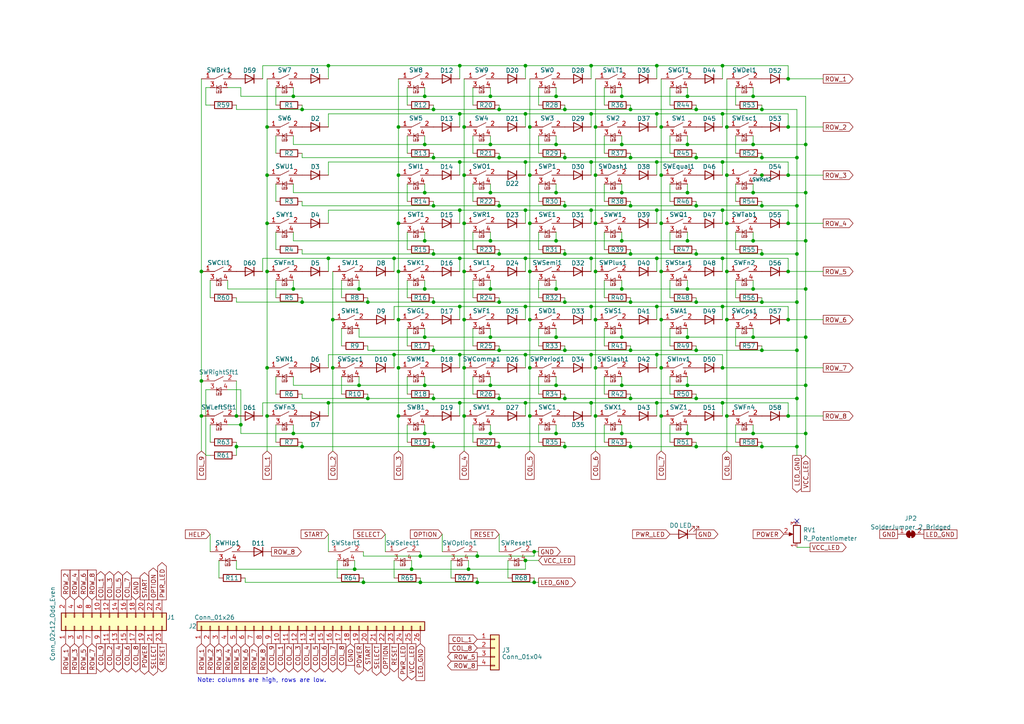
<source format=kicad_sch>
(kicad_sch (version 20230121) (generator eeschema)
  (paper "A4")
  (title_block (title "DecentXL - Modern") (date "2024-01-02") (rev "4") (comment 1 "Replacement keyboard for Atari XL computers"))
  (junction (at 77.47 36.83))
  (junction (at 115.57 36.83))
  (junction (at 201.93 101.6))
  (junction (at 163.83 73.66))
  (junction (at 152.4 60.96))
  (junction (at 115.57 50.8))
  (junction (at 231.14 87.63))
  (junction (at 68.58 129.54))
  (junction (at 220.98 45.72))
  (junction (at 199.39 55.88))
  (junction (at 218.44 27.94))
  (junction (at 142.24 83.82))
  (junction (at 125.73 31.75))
  (junction (at 220.98 87.63))
  (junction (at 191.77 50.8))
  (junction (at 152.4 19.05))
  (junction (at 231.14 73.66))
  (junction (at 134.62 50.8))
  (junction (at 125.73 59.69))
  (junction (at 201.93 31.75))
  (junction (at 133.35 19.05))
  (junction (at 231.14 115.57))
  (junction (at 201.93 45.72))
  (junction (at 163.83 101.6))
  (junction (at 233.68 111.76))
  (junction (at 218.44 83.82))
  (junction (at 115.57 78.74))
  (junction (at 154.94 168.91))
  (junction (at 125.73 115.57))
  (junction (at 87.63 31.75))
  (junction (at 123.19 69.85))
  (junction (at 95.25 116.84))
  (junction (at 220.98 101.6))
  (junction (at 199.39 111.76))
  (junction (at 182.88 45.72))
  (junction (at 133.35 88.9))
  (junction (at 163.83 59.69))
  (junction (at 190.5 19.05))
  (junction (at 121.92 168.91))
  (junction (at 190.5 116.84))
  (junction (at 180.34 41.91))
  (junction (at 209.55 60.96))
  (junction (at 123.19 97.79))
  (junction (at 233.68 125.73))
  (junction (at 218.44 125.73))
  (junction (at 77.47 78.74))
  (junction (at 114.3 102.87))
  (junction (at 87.63 129.54))
  (junction (at 220.98 59.69))
  (junction (at 104.14 83.82))
  (junction (at 180.34 55.88))
  (junction (at 77.47 50.8))
  (junction (at 220.98 129.54))
  (junction (at 233.68 97.79))
  (junction (at 191.77 36.83))
  (junction (at 209.55 88.9))
  (junction (at 142.24 55.88))
  (junction (at 153.67 36.83))
  (junction (at 58.42 120.65))
  (junction (at 121.92 161.29))
  (junction (at 180.34 125.73))
  (junction (at 87.63 87.63))
  (junction (at 182.88 31.75))
  (junction (at 115.57 92.71))
  (junction (at 161.29 69.85))
  (junction (at 142.24 97.79))
  (junction (at 190.5 46.99))
  (junction (at 114.3 74.93))
  (junction (at 152.4 102.87))
  (junction (at 153.67 92.71))
  (junction (at 172.72 120.65))
  (junction (at 182.88 59.69))
  (junction (at 144.78 115.57))
  (junction (at 135.89 165.1))
  (junction (at 220.98 50.8))
  (junction (at 233.68 83.82))
  (junction (at 231.14 101.6))
  (junction (at 209.55 33.02))
  (junction (at 123.19 125.73))
  (junction (at 161.29 41.91))
  (junction (at 115.57 120.65))
  (junction (at 190.5 102.87))
  (junction (at 201.93 115.57))
  (junction (at 138.43 161.29))
  (junction (at 152.4 116.84))
  (junction (at 144.78 129.54))
  (junction (at 106.68 115.57))
  (junction (at 152.4 88.9))
  (junction (at 228.6 22.86))
  (junction (at 144.78 31.75))
  (junction (at 199.39 27.94))
  (junction (at 172.72 78.74))
  (junction (at 142.24 111.76))
  (junction (at 190.5 88.9))
  (junction (at 77.47 106.68))
  (junction (at 133.35 60.96))
  (junction (at 210.82 50.8))
  (junction (at 191.77 120.65))
  (junction (at 85.09 83.82))
  (junction (at 191.77 106.68))
  (junction (at 199.39 125.73))
  (junction (at 210.82 120.65))
  (junction (at 134.62 120.65))
  (junction (at 133.35 116.84))
  (junction (at 163.83 129.54))
  (junction (at 125.73 101.6))
  (junction (at 161.29 97.79))
  (junction (at 144.78 59.69))
  (junction (at 218.44 55.88))
  (junction (at 123.19 41.91))
  (junction (at 142.24 69.85))
  (junction (at 153.67 120.65))
  (junction (at 68.58 120.65))
  (junction (at 199.39 69.85))
  (junction (at 191.77 64.77))
  (junction (at 182.88 87.63))
  (junction (at 228.6 120.65))
  (junction (at 138.43 168.91))
  (junction (at 171.45 88.9))
  (junction (at 180.34 69.85))
  (junction (at 142.24 41.91))
  (junction (at 210.82 64.77))
  (junction (at 233.68 55.88))
  (junction (at 171.45 74.93))
  (junction (at 125.73 73.66))
  (junction (at 231.14 129.54))
  (junction (at 163.83 45.72))
  (junction (at 199.39 41.91))
  (junction (at 154.94 160.02))
  (junction (at 209.55 46.99))
  (junction (at 231.14 59.69))
  (junction (at 123.19 27.94))
  (junction (at 190.5 33.02))
  (junction (at 218.44 69.85))
  (junction (at 69.85 123.19))
  (junction (at 201.93 73.66))
  (junction (at 182.88 101.6))
  (junction (at 182.88 129.54))
  (junction (at 209.55 106.68))
  (junction (at 152.4 74.93))
  (junction (at 228.6 92.71))
  (junction (at 58.42 110.49))
  (junction (at 201.93 87.63))
  (junction (at 152.4 46.99))
  (junction (at 161.29 125.73))
  (junction (at 144.78 45.72))
  (junction (at 171.45 19.05))
  (junction (at 77.47 64.77))
  (junction (at 134.62 64.77))
  (junction (at 171.45 102.87))
  (junction (at 125.73 129.54))
  (junction (at 161.29 27.94))
  (junction (at 123.19 111.76))
  (junction (at 134.62 106.68))
  (junction (at 210.82 36.83))
  (junction (at 123.19 83.82))
  (junction (at 180.34 83.82))
  (junction (at 171.45 60.96))
  (junction (at 58.42 78.74))
  (junction (at 182.88 73.66))
  (junction (at 161.29 83.82))
  (junction (at 133.35 102.87))
  (junction (at 144.78 73.66))
  (junction (at 220.98 31.75))
  (junction (at 115.57 64.77))
  (junction (at 133.35 33.02))
  (junction (at 228.6 36.83))
  (junction (at 102.87 165.1))
  (junction (at 182.88 115.57))
  (junction (at 152.4 33.02))
  (junction (at 161.29 111.76))
  (junction (at 172.72 36.83))
  (junction (at 191.77 78.74))
  (junction (at 134.62 36.83))
  (junction (at 199.39 97.79))
  (junction (at 201.93 129.54))
  (junction (at 125.73 45.72))
  (junction (at 144.78 87.63))
  (junction (at 209.55 74.93))
  (junction (at 163.83 31.75))
  (junction (at 218.44 41.91))
  (junction (at 220.98 73.66))
  (junction (at 190.5 74.93))
  (junction (at 209.55 19.05))
  (junction (at 133.35 46.99))
  (junction (at 210.82 78.74))
  (junction (at 77.47 120.65))
  (junction (at 171.45 46.99))
  (junction (at 142.24 27.94))
  (junction (at 199.39 83.82))
  (junction (at 171.45 33.02))
  (junction (at 95.25 74.93))
  (junction (at 153.67 106.68))
  (junction (at 180.34 97.79))
  (junction (at 105.41 168.91))
  (junction (at 161.29 55.88))
  (junction (at 133.35 74.93))
  (junction (at 210.82 92.71))
  (junction (at 172.72 64.77))
  (junction (at 95.25 19.05))
  (junction (at 106.68 87.63))
  (junction (at 228.6 64.77))
  (junction (at 163.83 87.63))
  (junction (at 172.72 50.8))
  (junction (at 152.4 162.56))
  (junction (at 163.83 115.57))
  (junction (at 233.68 69.85))
  (junction (at 190.5 60.96))
  (junction (at 218.44 97.79))
  (junction (at 134.62 78.74))
  (junction (at 172.72 106.68))
  (junction (at 115.57 106.68))
  (junction (at 191.77 92.71))
  (junction (at 171.45 116.84))
  (junction (at 228.6 50.8))
  (junction (at 142.24 125.73))
  (junction (at 233.68 41.91))
  (junction (at 231.14 45.72))
  (junction (at 172.72 92.71))
  (junction (at 180.34 111.76))
  (junction (at 153.67 50.8))
  (junction (at 119.38 165.1))
  (junction (at 85.09 125.73))
  (junction (at 85.09 27.94))
  (junction (at 123.19 55.88))
  (junction (at 134.62 92.71))
  (junction (at 228.6 78.74))
  (junction (at 201.93 59.69))
  (junction (at 104.14 111.76))
  (junction (at 96.52 92.71))
  (junction (at 144.78 101.6))
  (junction (at 209.55 116.84))
  (junction (at 125.73 87.63))
  (junction (at 180.34 27.94))
  (junction (at 153.67 78.74))
  (junction (at 153.67 64.77))
  (junction (at 96.52 106.68))
  (no_connect (at 231.14 151.13))
  (wire (pts (xy 125.73 31.75) (xy 125.73 30.48)))
  (wire (pts (xy 171.45 74.93) (xy 190.5 74.93)))
  (wire (pts (xy 138.43 168.91) (xy 121.92 168.91)))
  (wire (pts (xy 194.31 53.34) (xy 194.31 58.42)))
  (wire (pts (xy 182.88 87.63) (xy 163.83 87.63)))
  (wire (pts (xy 118.11 67.31) (xy 118.11 72.39)))
  (wire (pts (xy 156.21 95.25) (xy 156.21 100.33)))
  (wire (pts (xy 194.31 95.25) (xy 194.31 100.33)))
  (wire (pts (xy 96.52 78.74) (xy 96.52 92.71)))
  (wire (pts (xy 175.26 53.34) (xy 175.26 58.42)))
  (wire (pts (xy 190.5 33.02) (xy 190.5 36.83)))
  (wire (pts (xy 180.34 55.88) (xy 161.29 55.88)))
  (wire (pts (xy 163.83 101.6) (xy 163.83 100.33)))
  (wire (pts (xy 231.14 158.75) (xy 234.95 158.75)))
  (wire (pts (xy 85.09 69.85) (xy 85.09 67.31)))
  (wire (pts (xy 175.26 67.31) (xy 175.26 72.39)))
  (wire (pts (xy 118.11 81.28) (xy 118.11 86.36)))
  (wire (pts (xy 66.04 25.4) (xy 69.85 25.4)))
  (wire (pts (xy 161.29 97.79) (xy 142.24 97.79)))
  (wire (pts (xy 210.82 22.86) (xy 210.82 36.83)))
  (wire (pts (xy 190.5 116.84) (xy 190.5 120.65)))
  (wire (pts (xy 231.14 115.57) (xy 231.14 129.54)))
  (wire (pts (xy 144.78 87.63) (xy 144.78 86.36)))
  (wire (pts (xy 199.39 69.85) (xy 199.39 67.31)))
  (wire (pts (xy 201.93 45.72) (xy 201.93 44.45)))
  (wire (pts (xy 114.3 88.9) (xy 133.35 88.9)))
  (wire (pts (xy 85.09 41.91) (xy 85.09 39.37)))
  (wire (pts (xy 201.93 73.66) (xy 201.93 72.39)))
  (wire (pts (xy 172.72 64.77) (xy 172.72 78.74)))
  (wire (pts (xy 104.14 111.76) (xy 85.09 111.76)))
  (wire (pts (xy 96.52 92.71) (xy 96.52 106.68)))
  (wire (pts (xy 68.58 128.27) (xy 68.58 129.54)))
  (wire (pts (xy 85.09 125.73) (xy 69.85 125.73)))
  (wire (pts (xy 182.88 129.54) (xy 182.88 128.27)))
  (wire (pts (xy 68.58 129.54) (xy 68.58 132.08)))
  (wire (pts (xy 121.92 168.91) (xy 105.41 168.91)))
  (wire (pts (xy 228.6 36.83) (xy 238.76 36.83)))
  (wire (pts (xy 172.72 78.74) (xy 172.72 92.71)))
  (wire (pts (xy 137.16 109.22) (xy 137.16 114.3)))
  (wire (pts (xy 161.29 125.73) (xy 142.24 125.73)))
  (wire (pts (xy 182.88 45.72) (xy 182.88 44.45)))
  (wire (pts (xy 175.26 39.37) (xy 175.26 44.45)))
  (wire (pts (xy 87.63 45.72) (xy 87.63 44.45)))
  (wire (pts (xy 96.52 106.68) (xy 96.52 130.81)))
  (wire (pts (xy 180.34 97.79) (xy 161.29 97.79)))
  (wire (pts (xy 142.24 27.94) (xy 123.19 27.94)))
  (wire (pts (xy 133.35 60.96) (xy 152.4 60.96)))
  (wire (pts (xy 171.45 102.87) (xy 190.5 102.87)))
  (wire (pts (xy 125.73 87.63) (xy 106.68 87.63)))
  (wire (pts (xy 68.58 86.36) (xy 68.58 87.63)))
  (wire (pts (xy 142.24 55.88) (xy 123.19 55.88)))
  (wire (pts (xy 95.25 19.05) (xy 95.25 22.86)))
  (wire (pts (xy 104.14 83.82) (xy 85.09 83.82)))
  (wire (pts (xy 118.11 95.25) (xy 118.11 100.33)))
  (wire (pts (xy 199.39 55.88) (xy 180.34 55.88)))
  (wire (pts (xy 233.68 83.82) (xy 233.68 97.79)))
  (wire (pts (xy 77.47 106.68) (xy 77.47 120.65)))
  (wire (pts (xy 134.62 64.77) (xy 134.62 78.74)))
  (wire (pts (xy 152.4 116.84) (xy 171.45 116.84)))
  (wire (pts (xy 152.4 102.87) (xy 152.4 106.68)))
  (wire (pts (xy 144.78 31.75) (xy 144.78 30.48)))
  (wire (pts (xy 201.93 129.54) (xy 201.93 128.27)))
  (wire (pts (xy 199.39 125.73) (xy 180.34 125.73)))
  (wire (pts (xy 201.93 73.66) (xy 220.98 73.66)))
  (wire (pts (xy 180.34 111.76) (xy 180.34 109.22)))
  (wire (pts (xy 135.89 165.1) (xy 152.4 165.1)))
  (wire (pts (xy 171.45 88.9) (xy 171.45 92.71)))
  (wire (pts (xy 171.45 116.84) (xy 171.45 120.65)))
  (wire (pts (xy 201.93 86.36) (xy 201.93 87.63)))
  (wire (pts (xy 209.55 46.99) (xy 209.55 50.8)))
  (wire (pts (xy 182.88 115.57) (xy 163.83 115.57)))
  (wire (pts (xy 133.35 19.05) (xy 133.35 22.86)))
  (wire (pts (xy 144.78 115.57) (xy 144.78 114.3)))
  (wire (pts (xy 115.57 50.8) (xy 115.57 64.77)))
  (wire (pts (xy 190.5 102.87) (xy 190.5 106.68)))
  (wire (pts (xy 87.63 87.63) (xy 87.63 86.36)))
  (wire (pts (xy 218.44 69.85) (xy 233.68 69.85)))
  (wire (pts (xy 190.5 46.99) (xy 190.5 50.8)))
  (wire (pts (xy 133.35 116.84) (xy 152.4 116.84)))
  (wire (pts (xy 95.25 154.94) (xy 95.25 160.02)))
  (wire (pts (xy 85.09 27.94) (xy 85.09 25.4)))
  (wire (pts (xy 95.25 36.83) (xy 95.25 33.02)))
  (wire (pts (xy 210.82 78.74) (xy 210.82 92.71)))
  (wire (pts (xy 182.88 59.69) (xy 182.88 58.42)))
  (wire (pts (xy 144.78 59.69) (xy 144.78 58.42)))
  (wire (pts (xy 111.76 154.94) (xy 111.76 160.02)))
  (wire (pts (xy 233.68 125.73) (xy 233.68 132.08)))
  (wire (pts (xy 163.83 45.72) (xy 163.83 44.45)))
  (wire (pts (xy 80.01 53.34) (xy 80.01 58.42)))
  (wire (pts (xy 182.88 73.66) (xy 163.83 73.66)))
  (wire (pts (xy 153.67 106.68) (xy 153.67 120.65)))
  (wire (pts (xy 133.35 46.99) (xy 133.35 50.8)))
  (wire (pts (xy 144.78 154.94) (xy 144.78 160.02)))
  (wire (pts (xy 123.19 83.82) (xy 104.14 83.82)))
  (wire (pts (xy 220.98 45.72) (xy 201.93 45.72)))
  (wire (pts (xy 209.55 46.99) (xy 228.6 46.99)))
  (wire (pts (xy 156.21 25.4) (xy 156.21 30.48)))
  (wire (pts (xy 161.29 27.94) (xy 142.24 27.94)))
  (wire (pts (xy 106.68 115.57) (xy 106.68 114.3)))
  (wire (pts (xy 218.44 97.79) (xy 218.44 95.25)))
  (wire (pts (xy 210.82 64.77) (xy 210.82 78.74)))
  (wire (pts (xy 231.14 87.63) (xy 231.14 101.6)))
  (wire (pts (xy 152.4 88.9) (xy 171.45 88.9)))
  (wire (pts (xy 87.63 129.54) (xy 87.63 128.27)))
  (wire (pts (xy 153.67 78.74) (xy 153.67 92.71)))
  (wire (pts (xy 201.93 59.69) (xy 201.93 58.42)))
  (wire (pts (xy 58.42 120.65) (xy 58.42 130.81)))
  (wire (pts (xy 210.82 50.8) (xy 210.82 64.77)))
  (wire (pts (xy 194.31 25.4) (xy 194.31 30.48)))
  (wire (pts (xy 99.06 95.25) (xy 99.06 100.33)))
  (wire (pts (xy 125.73 101.6) (xy 125.73 100.33)))
  (wire (pts (xy 161.29 69.85) (xy 161.29 67.31)))
  (wire (pts (xy 228.6 64.77) (xy 238.76 64.77)))
  (wire (pts (xy 199.39 41.91) (xy 180.34 41.91)))
  (wire (pts (xy 144.78 31.75) (xy 125.73 31.75)))
  (wire (pts (xy 80.01 25.4) (xy 80.01 30.48)))
  (wire (pts (xy 220.98 101.6) (xy 231.14 101.6)))
  (wire (pts (xy 114.3 162.56) (xy 114.3 167.64)))
  (wire (pts (xy 76.2 22.86) (xy 76.2 19.05)))
  (wire (pts (xy 190.5 19.05) (xy 209.55 19.05)))
  (wire (pts (xy 199.39 81.28) (xy 199.39 83.82)))
  (wire (pts (xy 154.94 160.02) (xy 156.21 160.02)))
  (wire (pts (xy 153.67 120.65) (xy 153.67 130.81)))
  (wire (pts (xy 142.24 83.82) (xy 123.19 83.82)))
  (wire (pts (xy 114.3 92.71) (xy 114.3 88.9)))
  (wire (pts (xy 115.57 106.68) (xy 115.57 120.65)))
  (wire (pts (xy 69.85 27.94) (xy 69.85 25.4)))
  (wire (pts (xy 180.34 27.94) (xy 161.29 27.94)))
  (wire (pts (xy 87.63 73.66) (xy 87.63 72.39)))
  (wire (pts (xy 58.42 110.49) (xy 58.42 120.65)))
  (wire (pts (xy 152.4 33.02) (xy 152.4 36.83)))
  (wire (pts (xy 87.63 115.57) (xy 87.63 114.3)))
  (wire (pts (xy 218.44 83.82) (xy 233.68 83.82)))
  (wire (pts (xy 161.29 125.73) (xy 161.29 123.19)))
  (wire (pts (xy 194.31 109.22) (xy 194.31 114.3)))
  (wire (pts (xy 85.09 83.82) (xy 85.09 81.28)))
  (wire (pts (xy 77.47 22.86) (xy 77.47 36.83)))
  (wire (pts (xy 133.35 19.05) (xy 152.4 19.05)))
  (wire (pts (xy 133.35 46.99) (xy 152.4 46.99)))
  (wire (pts (xy 152.4 60.96) (xy 171.45 60.96)))
  (wire (pts (xy 114.3 74.93) (xy 133.35 74.93)))
  (wire (pts (xy 76.2 116.84) (xy 95.25 116.84)))
  (wire (pts (xy 190.5 74.93) (xy 190.5 78.74)))
  (wire (pts (xy 153.67 92.71) (xy 153.67 106.68)))
  (wire (pts (xy 180.34 55.88) (xy 180.34 53.34)))
  (wire (pts (xy 144.78 101.6) (xy 144.78 100.33)))
  (wire (pts (xy 161.29 27.94) (xy 161.29 25.4)))
  (wire (pts (xy 114.3 102.87) (xy 114.3 106.68)))
  (wire (pts (xy 209.55 33.02) (xy 209.55 36.83)))
  (wire (pts (xy 137.16 67.31) (xy 137.16 72.39)))
  (wire (pts (xy 201.93 87.63) (xy 220.98 87.63)))
  (wire (pts (xy 201.93 31.75) (xy 220.98 31.75)))
  (wire (pts (xy 123.19 27.94) (xy 123.19 25.4)))
  (wire (pts (xy 180.34 41.91) (xy 180.34 39.37)))
  (wire (pts (xy 172.72 22.86) (xy 172.72 36.83)))
  (wire (pts (xy 95.25 120.65) (xy 95.25 116.84)))
  (wire (pts (xy 231.14 31.75) (xy 231.14 45.72)))
  (wire (pts (xy 87.63 59.69) (xy 125.73 59.69)))
  (wire (pts (xy 199.39 41.91) (xy 218.44 41.91)))
  (wire (pts (xy 228.6 46.99) (xy 228.6 50.8)))
  (wire (pts (xy 219.71 50.8) (xy 220.98 50.8)))
  (wire (pts (xy 163.83 59.69) (xy 163.83 58.42)))
  (wire (pts (xy 190.5 88.9) (xy 209.55 88.9)))
  (wire (pts (xy 76.2 74.93) (xy 95.25 74.93)))
  (wire (pts (xy 175.26 81.28) (xy 175.26 86.36)))
  (wire (pts (xy 163.83 129.54) (xy 144.78 129.54)))
  (wire (pts (xy 201.93 31.75) (xy 201.93 30.48)))
  (wire (pts (xy 63.5 162.56) (xy 63.5 167.64)))
  (wire (pts (xy 152.4 165.1) (xy 152.4 162.56)))
  (wire (pts (xy 191.77 106.68) (xy 191.77 120.65)))
  (wire (pts (xy 105.41 161.29) (xy 121.92 161.29)))
  (wire (pts (xy 199.39 125.73) (xy 199.39 123.19)))
  (wire (pts (xy 190.5 74.93) (xy 209.55 74.93)))
  (wire (pts (xy 190.5 33.02) (xy 209.55 33.02)))
  (wire (pts (xy 218.44 41.91) (xy 218.44 39.37)))
  (wire (pts (xy 66.04 123.19) (xy 69.85 123.19)))
  (wire (pts (xy 218.44 41.91) (xy 233.68 41.91)))
  (wire (pts (xy 99.06 109.22) (xy 99.06 114.3)))
  (wire (pts (xy 199.39 55.88) (xy 218.44 55.88)))
  (wire (pts (xy 142.24 27.94) (xy 142.24 25.4)))
  (wire (pts (xy 68.58 165.1) (xy 102.87 165.1)))
  (wire (pts (xy 66.04 83.82) (xy 85.09 83.82)))
  (wire (pts (xy 125.73 59.69) (xy 144.78 59.69)))
  (wire (pts (xy 220.98 73.66) (xy 220.98 72.39)))
  (wire (pts (xy 209.55 74.93) (xy 209.55 78.74)))
  (wire (pts (xy 130.81 162.56) (xy 130.81 167.64)))
  (wire (pts (xy 142.24 83.82) (xy 142.24 81.28)))
  (wire (pts (xy 199.39 39.37) (xy 199.39 41.91)))
  (wire (pts (xy 134.62 22.86) (xy 134.62 36.83)))
  (wire (pts (xy 231.14 45.72) (xy 231.14 59.69)))
  (wire (pts (xy 180.34 83.82) (xy 199.39 83.82)))
  (wire (pts (xy 171.45 33.02) (xy 190.5 33.02)))
  (wire (pts (xy 77.47 64.77) (xy 77.47 78.74)))
  (wire (pts (xy 95.25 78.74) (xy 95.25 74.93)))
  (wire (pts (xy 171.45 88.9) (xy 190.5 88.9)))
  (wire (pts (xy 233.68 111.76) (xy 233.68 125.73)))
  (wire (pts (xy 194.31 123.19) (xy 194.31 128.27)))
  (wire (pts (xy 125.73 115.57) (xy 106.68 115.57)))
  (wire (pts (xy 201.93 115.57) (xy 231.14 115.57)))
  (wire (pts (xy 87.63 31.75) (xy 87.63 30.48)))
  (wire (pts (xy 213.36 25.4) (xy 213.36 30.48)))
  (wire (pts (xy 209.55 102.87) (xy 209.55 106.68)))
  (wire (pts (xy 152.4 102.87) (xy 171.45 102.87)))
  (wire (pts (xy 152.4 46.99) (xy 152.4 50.8)))
  (wire (pts (xy 161.29 41.91) (xy 142.24 41.91)))
  (wire (pts (xy 144.78 101.6) (xy 125.73 101.6)))
  (wire (pts (xy 213.36 67.31) (xy 213.36 72.39)))
  (wire (pts (xy 182.88 101.6) (xy 163.83 101.6)))
  (wire (pts (xy 115.57 78.74) (xy 115.57 92.71)))
  (wire (pts (xy 154.94 168.91) (xy 156.21 168.91)))
  (wire (pts (xy 180.34 125.73) (xy 161.29 125.73)))
  (wire (pts (xy 209.55 88.9) (xy 228.6 88.9)))
  (wire (pts (xy 123.19 125.73) (xy 123.19 123.19)))
  (wire (pts (xy 171.45 102.87) (xy 171.45 106.68)))
  (wire (pts (xy 123.19 97.79) (xy 104.14 97.79)))
  (wire (pts (xy 220.98 30.48) (xy 220.98 31.75)))
  (wire (pts (xy 199.39 55.88) (xy 199.39 53.34)))
  (wire (pts (xy 142.24 111.76) (xy 123.19 111.76)))
  (wire (pts (xy 199.39 27.94) (xy 199.39 25.4)))
  (wire (pts (xy 119.38 162.56) (xy 119.38 165.1)))
  (wire (pts (xy 95.25 106.68) (xy 95.25 102.87)))
  (wire (pts (xy 171.45 116.84) (xy 190.5 116.84)))
  (wire (pts (xy 137.16 25.4) (xy 137.16 30.48)))
  (wire (pts (xy 142.24 97.79) (xy 142.24 95.25)))
  (wire (pts (xy 163.83 129.54) (xy 163.83 128.27)))
  (wire (pts (xy 182.88 114.3) (xy 182.88 115.57)))
  (wire (pts (xy 213.36 53.34) (xy 213.36 58.42)))
  (wire (pts (xy 154.94 167.64) (xy 154.94 168.91)))
  (wire (pts (xy 125.73 45.72) (xy 87.63 45.72)))
  (wire (pts (xy 133.35 74.93) (xy 152.4 74.93)))
  (wire (pts (xy 175.26 109.22) (xy 175.26 114.3)))
  (wire (pts (xy 213.36 39.37) (xy 213.36 44.45)))
  (wire (pts (xy 163.83 115.57) (xy 163.83 114.3)))
  (wire (pts (xy 135.89 162.56) (xy 135.89 165.1)))
  (wire (pts (xy 142.24 55.88) (xy 142.24 53.34)))
  (wire (pts (xy 60.96 81.28) (xy 60.96 86.36)))
  (wire (pts (xy 95.25 74.93) (xy 114.3 74.93)))
  (wire (pts (xy 125.73 59.69) (xy 125.73 58.42)))
  (wire (pts (xy 199.39 27.94) (xy 180.34 27.94)))
  (wire (pts (xy 171.45 46.99) (xy 171.45 50.8)))
  (wire (pts (xy 220.98 86.36) (xy 220.98 87.63)))
  (wire (pts (xy 153.67 50.8) (xy 153.67 64.77)))
  (wire (pts (xy 213.36 81.28) (xy 213.36 86.36)))
  (wire (pts (xy 171.45 46.99) (xy 190.5 46.99)))
  (wire (pts (xy 182.88 45.72) (xy 201.93 45.72)))
  (wire (pts (xy 152.4 88.9) (xy 152.4 92.71)))
  (wire (pts (xy 118.11 53.34) (xy 118.11 58.42)))
  (wire (pts (xy 125.73 87.63) (xy 125.73 86.36)))
  (wire (pts (xy 199.39 111.76) (xy 180.34 111.76)))
  (wire (pts (xy 220.98 59.69) (xy 220.98 58.42)))
  (wire (pts (xy 138.43 161.29) (xy 138.43 160.02)))
  (wire (pts (xy 190.5 46.99) (xy 209.55 46.99)))
  (wire (pts (xy 228.6 120.65) (xy 238.76 120.65)))
  (wire (pts (xy 77.47 36.83) (xy 77.47 50.8)))
  (wire (pts (xy 152.4 74.93) (xy 171.45 74.93)))
  (wire (pts (xy 133.35 60.96) (xy 133.35 64.77)))
  (wire (pts (xy 180.34 111.76) (xy 161.29 111.76)))
  (wire (pts (xy 123.19 69.85) (xy 123.19 67.31)))
  (wire (pts (xy 80.01 81.28) (xy 80.01 86.36)))
  (wire (pts (xy 172.72 120.65) (xy 172.72 130.81)))
  (wire (pts (xy 163.83 31.75) (xy 144.78 31.75)))
  (wire (pts (xy 201.93 129.54) (xy 182.88 129.54)))
  (wire (pts (xy 199.39 27.94) (xy 218.44 27.94)))
  (wire (pts (xy 142.24 69.85) (xy 142.24 67.31)))
  (wire (pts (xy 180.34 125.73) (xy 180.34 123.19)))
  (wire (pts (xy 161.29 83.82) (xy 161.29 81.28)))
  (wire (pts (xy 209.55 88.9) (xy 209.55 92.71)))
  (wire (pts (xy 104.14 97.79) (xy 104.14 95.25)))
  (wire (pts (xy 209.55 116.84) (xy 209.55 120.65)))
  (wire (pts (xy 163.83 87.63) (xy 144.78 87.63)))
  (wire (pts (xy 125.73 73.66) (xy 87.63 73.66)))
  (wire (pts (xy 121.92 160.02) (xy 121.92 161.29)))
  (wire (pts (xy 134.62 120.65) (xy 134.62 130.81)))
  (wire (pts (xy 220.98 128.27) (xy 220.98 129.54)))
  (wire (pts (xy 209.55 60.96) (xy 209.55 64.77)))
  (wire (pts (xy 194.31 81.28) (xy 194.31 86.36)))
  (wire (pts (xy 87.63 129.54) (xy 125.73 129.54)))
  (wire (pts (xy 152.4 74.93) (xy 152.4 78.74)))
  (wire (pts (xy 115.57 64.77) (xy 115.57 78.74)))
  (wire (pts (xy 125.73 115.57) (xy 125.73 114.3)))
  (wire (pts (xy 114.3 74.93) (xy 114.3 78.74)))
  (wire (pts (xy 87.63 31.75) (xy 125.73 31.75)))
  (wire (pts (xy 199.39 69.85) (xy 218.44 69.85)))
  (wire (pts (xy 199.39 111.76) (xy 233.68 111.76)))
  (wire (pts (xy 85.09 111.76) (xy 85.09 109.22)))
  (wire (pts (xy 228.6 60.96) (xy 228.6 64.77)))
  (wire (pts (xy 137.16 123.19) (xy 137.16 128.27)))
  (wire (pts (xy 68.58 31.75) (xy 87.63 31.75)))
  (wire (pts (xy 228.6 78.74) (xy 238.76 78.74)))
  (wire (pts (xy 231.14 129.54) (xy 231.14 132.08)))
  (wire (pts (xy 121.92 161.29) (xy 138.43 161.29)))
  (wire (pts (xy 191.77 36.83) (xy 191.77 50.8)))
  (wire (pts (xy 144.78 59.69) (xy 163.83 59.69)))
  (wire (pts (xy 228.6 88.9) (xy 228.6 92.71)))
  (wire (pts (xy 137.16 95.25) (xy 137.16 100.33)))
  (wire (pts (xy 163.83 31.75) (xy 182.88 31.75)))
  (wire (pts (xy 220.98 31.75) (xy 231.14 31.75)))
  (wire (pts (xy 133.35 33.02) (xy 133.35 36.83)))
  (wire (pts (xy 228.6 22.86) (xy 238.76 22.86)))
  (wire (pts (xy 87.63 58.42) (xy 87.63 59.69)))
  (wire (pts (xy 95.25 116.84) (xy 133.35 116.84)))
  (wire (pts (xy 142.24 111.76) (xy 142.24 109.22)))
  (wire (pts (xy 190.5 60.96) (xy 209.55 60.96)))
  (wire (pts (xy 97.79 162.56) (xy 97.79 167.64)))
  (wire (pts (xy 69.85 27.94) (xy 85.09 27.94)))
  (wire (pts (xy 233.68 97.79) (xy 233.68 111.76)))
  (wire (pts (xy 58.42 22.86) (xy 58.42 78.74)))
  (wire (pts (xy 152.4 46.99) (xy 171.45 46.99)))
  (wire (pts (xy 199.39 125.73) (xy 218.44 125.73)))
  (wire (pts (xy 60.96 25.4) (xy 59.69 25.4)))
  (wire (pts (xy 163.83 30.48) (xy 163.83 31.75)))
  (wire (pts (xy 156.21 109.22) (xy 156.21 114.3)))
  (wire (pts (xy 133.35 88.9) (xy 152.4 88.9)))
  (wire (pts (xy 191.77 78.74) (xy 191.77 92.71)))
  (wire (pts (xy 190.5 60.96) (xy 190.5 64.77)))
  (wire (pts (xy 191.77 92.71) (xy 191.77 106.68)))
  (wire (pts (xy 59.69 113.03) (xy 59.69 132.08)))
  (wire (pts (xy 123.19 55.88) (xy 123.19 53.34)))
  (wire (pts (xy 182.88 59.69) (xy 201.93 59.69)))
  (wire (pts (xy 161.29 83.82) (xy 142.24 83.82)))
  (wire (pts (xy 137.16 39.37) (xy 137.16 44.45)))
  (wire (pts (xy 194.31 67.31) (xy 194.31 72.39)))
  (wire (pts (xy 210.82 36.83) (xy 210.82 50.8)))
  (wire (pts (xy 95.25 60.96) (xy 133.35 60.96)))
  (wire (pts (xy 115.57 22.86) (xy 115.57 36.83)))
  (wire (pts (xy 163.83 87.63) (xy 163.83 86.36)))
  (wire (pts (xy 134.62 92.71) (xy 134.62 106.68)))
  (wire (pts (xy 152.4 19.05) (xy 152.4 22.86)))
  (wire (pts (xy 201.93 100.33) (xy 201.93 101.6)))
  (wire (pts (xy 133.35 33.02) (xy 152.4 33.02)))
  (wire (pts (xy 218.44 25.4) (xy 218.44 27.94)))
  (wire (pts (xy 180.34 95.25) (xy 180.34 97.79)))
  (wire (pts (xy 76.2 78.74) (xy 76.2 74.93)))
  (wire (pts (xy 171.45 33.02) (xy 171.45 36.83)))
  (wire (pts (xy 76.2 19.05) (xy 95.25 19.05)))
  (wire (pts (xy 172.72 36.83) (xy 172.72 50.8)))
  (wire (pts (xy 77.47 120.65) (xy 77.47 130.81)))
  (wire (pts (xy 123.19 97.79) (xy 123.19 95.25)))
  (wire (pts (xy 171.45 19.05) (xy 171.45 22.86)))
  (wire (pts (xy 76.2 120.65) (xy 76.2 116.84)))
  (wire (pts (xy 218.44 97.79) (xy 233.68 97.79)))
  (wire (pts (xy 68.58 165.1) (xy 68.58 162.56)))
  (wire (pts (xy 133.35 102.87) (xy 133.35 106.68)))
  (wire (pts (xy 233.68 41.91) (xy 233.68 55.88)))
  (wire (pts (xy 218.44 125.73) (xy 233.68 125.73)))
  (wire (pts (xy 59.69 25.4) (xy 59.69 30.48)))
  (wire (pts (xy 209.55 60.96) (xy 228.6 60.96)))
  (wire (pts (xy 125.73 129.54) (xy 125.73 128.27)))
  (wire (pts (xy 58.42 78.74) (xy 58.42 110.49)))
  (wire (pts (xy 156.21 53.34) (xy 156.21 58.42)))
  (wire (pts (xy 125.73 101.6) (xy 106.68 101.6)))
  (wire (pts (xy 213.36 95.25) (xy 213.36 100.33)))
  (wire (pts (xy 180.34 83.82) (xy 161.29 83.82)))
  (wire (pts (xy 182.88 72.39) (xy 182.88 73.66)))
  (wire (pts (xy 60.96 123.19) (xy 60.96 128.27)))
  (wire (pts (xy 99.06 81.28) (xy 99.06 86.36)))
  (wire (pts (xy 191.77 120.65) (xy 191.77 130.81)))
  (wire (pts (xy 121.92 168.91) (xy 121.92 167.64)))
  (wire (pts (xy 153.67 64.77) (xy 153.67 78.74)))
  (wire (pts (xy 102.87 165.1) (xy 119.38 165.1)))
  (wire (pts (xy 201.93 101.6) (xy 220.98 101.6)))
  (wire (pts (xy 60.96 154.94) (xy 60.96 160.02)))
  (wire (pts (xy 59.69 132.08) (xy 60.96 132.08)))
  (wire (pts (xy 171.45 60.96) (xy 171.45 64.77)))
  (wire (pts (xy 102.87 162.56) (xy 102.87 165.1)))
  (wire (pts (xy 175.26 25.4) (xy 175.26 30.48)))
  (wire (pts (xy 134.62 36.83) (xy 134.62 50.8)))
  (wire (pts (xy 220.98 59.69) (xy 231.14 59.69)))
  (wire (pts (xy 209.55 19.05) (xy 228.6 19.05)))
  (wire (pts (xy 191.77 50.8) (xy 191.77 64.77)))
  (wire (pts (xy 171.45 60.96) (xy 190.5 60.96)))
  (wire (pts (xy 182.88 86.36) (xy 182.88 87.63)))
  (wire (pts (xy 106.68 87.63) (xy 87.63 87.63)))
  (wire (pts (xy 175.26 123.19) (xy 175.26 128.27)))
  (wire (pts (xy 190.5 102.87) (xy 209.55 102.87)))
  (wire (pts (xy 180.34 97.79) (xy 199.39 97.79)))
  (wire (pts (xy 161.29 111.76) (xy 161.29 109.22)))
  (wire (pts (xy 220.98 73.66) (xy 231.14 73.66)))
  (wire (pts (xy 85.09 55.88) (xy 85.09 53.34)))
  (wire (pts (xy 156.21 123.19) (xy 156.21 128.27)))
  (wire (pts (xy 154.94 168.91) (xy 138.43 168.91)))
  (wire (pts (xy 220.98 129.54) (xy 201.93 129.54)))
  (wire (pts (xy 68.58 30.48) (xy 68.58 31.75)))
  (wire (pts (xy 182.88 101.6) (xy 201.93 101.6)))
  (wire (pts (xy 182.88 115.57) (xy 201.93 115.57)))
  (wire (pts (xy 190.5 88.9) (xy 190.5 92.71)))
  (wire (pts (xy 134.62 106.68) (xy 134.62 120.65)))
  (wire (pts (xy 180.34 67.31) (xy 180.34 69.85)))
  (wire (pts (xy 180.34 81.28) (xy 180.34 83.82)))
  (wire (pts (xy 144.78 129.54) (xy 144.78 128.27)))
  (wire (pts (xy 201.93 59.69) (xy 220.98 59.69)))
  (wire (pts (xy 144.78 129.54) (xy 125.73 129.54)))
  (wire (pts (xy 220.98 129.54) (xy 231.14 129.54)))
  (wire (pts (xy 95.25 33.02) (xy 133.35 33.02)))
  (wire (pts (xy 119.38 165.1) (xy 135.89 165.1)))
  (wire (pts (xy 220.98 101.6) (xy 220.98 100.33)))
  (wire (pts (xy 123.19 83.82) (xy 123.19 81.28)))
  (wire (pts (xy 154.94 160.02) (xy 154.94 161.29)))
  (wire (pts (xy 125.73 73.66) (xy 125.73 72.39)))
  (wire (pts (xy 163.83 101.6) (xy 144.78 101.6)))
  (wire (pts (xy 228.6 50.8) (xy 238.76 50.8)))
  (wire (pts (xy 80.01 109.22) (xy 80.01 114.3)))
  (wire (pts (xy 152.4 19.05) (xy 171.45 19.05)))
  (wire (pts (xy 175.26 95.25) (xy 175.26 100.33)))
  (wire (pts (xy 115.57 92.71) (xy 115.57 106.68)))
  (wire (pts (xy 134.62 50.8) (xy 134.62 64.77)))
  (wire (pts (xy 134.62 78.74) (xy 134.62 92.71)))
  (wire (pts (xy 118.11 39.37) (xy 118.11 44.45)))
  (wire (pts (xy 220.98 87.63) (xy 231.14 87.63)))
  (wire (pts (xy 153.67 36.83) (xy 153.67 50.8)))
  (wire (pts (xy 142.24 125.73) (xy 123.19 125.73)))
  (wire (pts (xy 142.24 41.91) (xy 123.19 41.91)))
  (wire (pts (xy 106.68 87.63) (xy 106.68 86.36)))
  (wire (pts (xy 218.44 69.85) (xy 218.44 67.31)))
  (wire (pts (xy 138.43 168.91) (xy 138.43 167.64)))
  (wire (pts (xy 114.3 102.87) (xy 133.35 102.87)))
  (wire (pts (xy 231.14 101.6) (xy 231.14 115.57)))
  (wire (pts (xy 142.24 97.79) (xy 123.19 97.79)))
  (wire (pts (xy 133.35 88.9) (xy 133.35 92.71)))
  (wire (pts (xy 201.93 114.3) (xy 201.93 115.57)))
  (wire (pts (xy 182.88 129.54) (xy 163.83 129.54)))
  (wire (pts (xy 199.39 109.22) (xy 199.39 111.76)))
  (wire (pts (xy 142.24 69.85) (xy 123.19 69.85)))
  (wire (pts (xy 163.83 73.66) (xy 144.78 73.66)))
  (wire (pts (xy 123.19 111.76) (xy 104.14 111.76)))
  (wire (pts (xy 199.39 97.79) (xy 218.44 97.79)))
  (wire (pts (xy 144.78 45.72) (xy 125.73 45.72)))
  (wire (pts (xy 231.14 59.69) (xy 231.14 73.66)))
  (wire (pts (xy 77.47 50.8) (xy 77.47 64.77)))
  (wire (pts (xy 137.16 53.34) (xy 137.16 58.42)))
  (wire (pts (xy 95.25 46.99) (xy 133.35 46.99)))
  (wire (pts (xy 199.39 83.82) (xy 218.44 83.82)))
  (wire (pts (xy 118.11 109.22) (xy 118.11 114.3)))
  (wire (pts (xy 172.72 92.71) (xy 172.72 106.68)))
  (wire (pts (xy 172.72 50.8) (xy 172.72 64.77)))
  (wire (pts (xy 95.25 64.77) (xy 95.25 60.96)))
  (wire (pts (xy 59.69 30.48) (xy 60.96 30.48)))
  (wire (pts (xy 106.68 101.6) (xy 106.68 100.33)))
  (wire (pts (xy 128.27 154.94) (xy 128.27 160.02)))
  (wire (pts (xy 133.35 74.93) (xy 133.35 78.74)))
  (wire (pts (xy 123.19 41.91) (xy 85.09 41.91)))
  (wire (pts (xy 123.19 69.85) (xy 85.09 69.85)))
  (wire (pts (xy 80.01 39.37) (xy 80.01 44.45)))
  (wire (pts (xy 133.35 102.87) (xy 152.4 102.87)))
  (wire (pts (xy 161.29 69.85) (xy 142.24 69.85)))
  (wire (pts (xy 104.14 83.82) (xy 104.14 81.28)))
  (wire (pts (xy 77.47 78.74) (xy 77.47 106.68)))
  (wire (pts (xy 218.44 123.19) (xy 218.44 125.73)))
  (wire (pts (xy 233.68 55.88) (xy 233.68 69.85)))
  (wire (pts (xy 180.34 41.91) (xy 161.29 41.91)))
  (wire (pts (xy 191.77 64.77) (xy 191.77 78.74)))
  (wire (pts (xy 95.25 50.8) (xy 95.25 46.99)))
  (wire (pts (xy 71.12 168.91) (xy 105.41 168.91)))
  (wire (pts (xy 152.4 116.84) (xy 152.4 120.65)))
  (wire (pts (xy 182.88 31.75) (xy 201.93 31.75)))
  (wire (pts (xy 210.82 120.65) (xy 210.82 130.81)))
  (wire (pts (xy 163.83 59.69) (xy 182.88 59.69)))
  (wire (pts (xy 95.25 102.87) (xy 114.3 102.87)))
  (wire (pts (xy 66.04 113.03) (xy 69.85 113.03)))
  (wire (pts (xy 218.44 81.28) (xy 218.44 83.82)))
  (wire (pts (xy 144.78 73.66) (xy 144.78 72.39)))
  (wire (pts (xy 182.88 100.33) (xy 182.88 101.6)))
  (wire (pts (xy 125.73 45.72) (xy 125.73 44.45)))
  (wire (pts (xy 210.82 92.71) (xy 210.82 120.65)))
  (wire (pts (xy 218.44 27.94) (xy 233.68 27.94)))
  (wire (pts (xy 123.19 41.91) (xy 123.19 39.37)))
  (wire (pts (xy 115.57 36.83) (xy 115.57 50.8)))
  (wire (pts (xy 161.29 55.88) (xy 142.24 55.88)))
  (wire (pts (xy 180.34 69.85) (xy 199.39 69.85)))
  (wire (pts (xy 152.4 33.02) (xy 171.45 33.02)))
  (wire (pts (xy 172.72 106.68) (xy 172.72 120.65)))
  (wire (pts (xy 156.21 39.37) (xy 156.21 44.45)))
  (wire (pts (xy 144.78 44.45) (xy 144.78 45.72)))
  (wire (pts (xy 152.4 162.56) (xy 156.21 162.56)))
  (wire (pts (xy 213.36 123.19) (xy 213.36 128.27)))
  (wire (pts (xy 153.67 22.86) (xy 153.67 36.83)))
  (wire (pts (xy 95.25 19.05) (xy 133.35 19.05)))
  (wire (pts (xy 85.09 27.94) (xy 123.19 27.94)))
  (wire (pts (xy 191.77 22.86) (xy 191.77 36.83)))
  (wire (pts (xy 161.29 55.88) (xy 161.29 53.34)))
  (wire (pts (xy 85.09 125.73) (xy 85.09 123.19)))
  (wire (pts (xy 137.16 81.28) (xy 137.16 86.36)))
  (wire (pts (xy 163.83 73.66) (xy 163.83 72.39)))
  (wire (pts (xy 180.34 27.94) (xy 180.34 25.4)))
  (wire (pts (xy 144.78 45.72) (xy 163.83 45.72)))
  (wire (pts (xy 154.94 161.29) (xy 138.43 161.29)))
  (wire (pts (xy 106.68 115.57) (xy 87.63 115.57)))
  (wire (pts (xy 118.11 123.19) (xy 118.11 128.27)))
  (wire (pts (xy 171.45 19.05) (xy 190.5 19.05)))
  (wire (pts (xy 161.29 41.91) (xy 161.29 39.37)))
  (wire (pts (xy 80.01 67.31) (xy 80.01 72.39)))
  (wire (pts (xy 152.4 60.96) (xy 152.4 64.77)))
  (wire (pts (xy 228.6 92.71) (xy 238.76 92.71)))
  (wire (pts (xy 163.83 45.72) (xy 182.88 45.72)))
  (wire (pts (xy 69.85 123.19) (xy 69.85 125.73)))
  (wire (pts (xy 68.58 129.54) (xy 87.63 129.54)))
  (wire (pts (xy 228.6 74.93) (xy 228.6 78.74)))
  (wire (pts (xy 194.31 39.37) (xy 194.31 44.45)))
  (wire (pts (xy 182.88 73.66) (xy 201.93 73.66)))
  (wire (pts (xy 180.34 69.85) (xy 161.29 69.85)))
  (wire (pts (xy 171.45 74.93) (xy 171.45 78.74)))
  (wire (pts (xy 156.21 81.28) (xy 156.21 86.36)))
  (wire (pts (xy 228.6 120.65) (xy 228.6 116.84)))
  (wire (pts (xy 209.55 74.93) (xy 228.6 74.93)))
  (wire (pts (xy 233.68 69.85) (xy 233.68 83.82)))
  (wire (pts (xy 144.78 73.66) (xy 125.73 73.66)))
  (wire (pts (xy 105.41 168.91) (xy 105.41 167.64)))
  (wire (pts (xy 218.44 55.88) (xy 233.68 55.88)))
  (wire (pts (xy 115.57 120.65) (xy 115.57 130.81)))
  (wire (pts (xy 190.5 116.84) (xy 209.55 116.84)))
  (wire (pts (xy 71.12 167.64) (xy 71.12 168.91)))
  (wire (pts (xy 142.24 41.91) (xy 142.24 39.37)))
  (wire (pts (xy 147.32 162.56) (xy 147.32 167.64)))
  (wire (pts (xy 233.68 27.94) (xy 233.68 41.91)))
  (wire (pts (xy 144.78 115.57) (xy 125.73 115.57)))
  (wire (pts (xy 182.88 30.48) (xy 182.88 31.75)))
  (wire (pts (xy 163.83 115.57) (xy 144.78 115.57)))
  (wire (pts (xy 123.19 55.88) (xy 85.09 55.88)))
  (wire (pts (xy 144.78 87.63) (xy 125.73 87.63)))
  (wire (pts (xy 182.88 87.63) (xy 201.93 87.63)))
  (wire (pts (xy 209.55 19.05) (xy 209.55 22.86)))
  (wire (pts (xy 238.76 106.68) (xy 209.55 106.68)))
  (wire (pts (xy 190.5 19.05) (xy 190.5 22.86)))
  (wire (pts (xy 68.58 87.63) (xy 87.63 87.63)))
  (wire (pts (xy 209.55 116.84) (xy 228.6 116.84)))
  (wire (pts (xy 199.39 95.25) (xy 199.39 97.79)))
  (wire (pts (xy 104.14 111.76) (xy 104.14 109.22)))
  (wire (pts (xy 80.01 123.19) (xy 80.01 128.27)))
  (wire (pts (xy 66.04 81.28) (xy 66.04 83.82)))
  (wire (pts (xy 161.29 97.79) (xy 161.29 95.25)))
  (wire (pts (xy 118.11 25.4) (xy 118.11 30.48)))
  (wire (pts (xy 68.58 110.49) (xy 68.58 120.65)))
  (wire (pts (xy 69.85 113.03) (xy 69.85 123.19)))
  (wire (pts (xy 60.96 113.03) (xy 59.69 113.03)))
  (wire (pts (xy 209.55 33.02) (xy 228.6 33.02)))
  (wire (pts (xy 228.6 33.02) (xy 228.6 36.83)))
  (wire (pts (xy 142.24 125.73) (xy 142.24 123.19)))
  (wire (pts (xy 220.98 45.72) (xy 231.14 45.72)))
  (wire (pts (xy 161.29 111.76) (xy 142.24 111.76)))
  (wire (pts (xy 85.09 125.73) (xy 123.19 125.73)))
  (wire (pts (xy 156.21 67.31) (xy 156.21 72.39)))
  (wire (pts (xy 133.35 116.84) (xy 133.35 120.65)))
  (wire (pts (xy 218.44 55.88) (xy 218.44 53.34)))
  (wire (pts (xy 231.14 73.66) (xy 231.14 87.63)))
  (wire (pts (xy 123.19 111.76) (xy 123.19 109.22)))
  (wire (pts (xy 228.6 19.05) (xy 228.6 22.86)))
  (wire (pts (xy 105.41 161.29) (xy 105.41 160.02)))
  (wire (pts (xy 220.98 44.45) (xy 220.98 45.72)))
  (text "Note: columns are high, rows are low." (at 57.15 198.12 0) (effects (font (size 1.27 1.27)) (justify left bottom)))
  (global_label "POWER" (shape output) (at 41.91 186.69 270) (property "Intersheetrefs" "${INTERSHEET_REFS}" (effects hide)))
  (global_label "COL_7" (shape output) (at 96.52 186.69 270) (property "Intersheetrefs" "${INTERSHEET_REFS}" (effects hide)))
  (global_label "ROW_8" (shape output) (at 78.74 160.02 0) (property "Intersheetrefs" "${INTERSHEET_REFS}" (effects hide)))
  (global_label "SELECT" (shape output) (at 44.45 186.69 270) (property "Intersheetrefs" "${INTERSHEET_REFS}" (effects hide)))
  (global_label "GND" (shape passive) (at 260.35 154.94 180) (property "Intersheetrefs" "${INTERSHEET_REFS}" (effects hide)))
  (global_label "HELP" (shape input) (at 60.96 154.94 180) (property "Intersheetrefs" "${INTERSHEET_REFS}" (effects hide)))
  (global_label "ROW_8" (shape input) (at 76.2 186.69 270) (property "Intersheetrefs" "${INTERSHEET_REFS}" (effects hide)))
  (global_label "COL_4" (shape output) (at 34.29 186.69 270) (property "Intersheetrefs" "${INTERSHEET_REFS}" (effects hide)))
  (global_label "ROW_1" (shape output) (at 238.76 22.86 0) (property "Intersheetrefs" "${INTERSHEET_REFS}" (effects hide)))
  (global_label "COL_1" (shape input) (at 138.43 185.42 180) (property "Intersheetrefs" "${INTERSHEET_REFS}" (effects hide)))
  (global_label "SELECT" (shape output) (at 109.22 186.69 270) (property "Intersheetrefs" "${INTERSHEET_REFS}" (effects hide)))
  (global_label "GND" (shape input) (at 101.6 186.69 270) (property "Intersheetrefs" "${INTERSHEET_REFS}" (effects hide)))
  (global_label "ROW_5" (shape output) (at 238.76 78.74 0) (property "Intersheetrefs" "${INTERSHEET_REFS}" (effects hide)))
  (global_label "LED_GND" (shape input) (at 121.92 186.69 270) (property "Intersheetrefs" "${INTERSHEET_REFS}" (effects hide)))
  (global_label "VCC_LED" (shape output) (at 234.95 158.75 0) (property "Intersheetrefs" "${INTERSHEET_REFS}" (effects hide)))
  (global_label "COL_1" (shape output) (at 81.28 186.69 270) (property "Intersheetrefs" "${INTERSHEET_REFS}" (effects hide)))
  (global_label "SELECT" (shape input) (at 111.76 154.94 180) (property "Intersheetrefs" "${INTERSHEET_REFS}" (effects hide)))
  (global_label "ROW_6" (shape input) (at 71.12 186.69 270) (property "Intersheetrefs" "${INTERSHEET_REFS}" (effects hide)))
  (global_label "START" (shape output) (at 41.91 173.99 90) (property "Intersheetrefs" "${INTERSHEET_REFS}" (effects hide)))
  (global_label "VCC_LED" (shape output) (at 119.38 186.69 270) (property "Intersheetrefs" "${INTERSHEET_REFS}" (effects hide)))
  (global_label "COL_9" (shape output) (at 29.21 186.69 270) (property "Intersheetrefs" "${INTERSHEET_REFS}" (effects hide)))
  (global_label "COL_9" (shape input) (at 58.42 130.81 270) (property "Intersheetrefs" "${INTERSHEET_REFS}" (effects hide)))
  (global_label "ROW_8" (shape output) (at 138.43 193.04 180) (property "Intersheetrefs" "${INTERSHEET_REFS}" (effects hide)))
  (global_label "COL_5" (shape output) (at 34.29 173.99 90) (property "Intersheetrefs" "${INTERSHEET_REFS}" (effects hide)))
  (global_label "ROW_4" (shape output) (at 238.76 64.77 0) (property "Intersheetrefs" "${INTERSHEET_REFS}" (effects hide)))
  (global_label "ROW_3" (shape input) (at 21.59 186.69 270) (property "Intersheetrefs" "${INTERSHEET_REFS}" (effects hide)))
  (global_label "OPTION" (shape output) (at 44.45 173.99 90) (property "Intersheetrefs" "${INTERSHEET_REFS}" (effects hide)))
  (global_label "GND" (shape input) (at 39.37 173.99 90) (property "Intersheetrefs" "${INTERSHEET_REFS}" (effects hide)))
  (global_label "ROW_1" (shape input) (at 19.05 186.69 270) (property "Intersheetrefs" "${INTERSHEET_REFS}" (effects hide)))
  (global_label "COL_8" (shape input) (at 138.43 187.96 180) (property "Intersheetrefs" "${INTERSHEET_REFS}" (effects hide)))
  (global_label "COL_7" (shape input) (at 191.77 130.81 270) (property "Intersheetrefs" "${INTERSHEET_REFS}" (effects hide)))
  (global_label "ROW_5" (shape output) (at 138.43 190.5 180) (property "Intersheetrefs" "${INTERSHEET_REFS}" (effects hide)))
  (global_label "OPTION" (shape output) (at 111.76 186.69 270) (property "Intersheetrefs" "${INTERSHEET_REFS}" (effects hide)))
  (global_label "COL_1" (shape input) (at 77.47 130.81 270) (property "Intersheetrefs" "${INTERSHEET_REFS}" (effects hide)))
  (global_label "COL_2" (shape input) (at 96.52 130.81 270) (property "Intersheetrefs" "${INTERSHEET_REFS}" (effects hide)))
  (global_label "LED_GND" (shape output) (at 156.21 168.91 0) (property "Intersheetrefs" "${INTERSHEET_REFS}" (effects hide)))
  (global_label "ROW_3" (shape output) (at 238.76 50.8 0) (property "Intersheetrefs" "${INTERSHEET_REFS}" (effects hide)))
  (global_label "COL_4" (shape output) (at 88.9 186.69 270) (property "Intersheetrefs" "${INTERSHEET_REFS}" (effects hide)))
  (global_label "COL_4" (shape input) (at 134.62 130.81 270) (property "Intersheetrefs" "${INTERSHEET_REFS}" (effects hide)))
  (global_label "ROW_2" (shape output) (at 238.76 36.83 0) (property "Intersheetrefs" "${INTERSHEET_REFS}" (effects hide)))
  (global_label "VCC_LED" (shape input) (at 233.68 132.08 270) (property "Intersheetrefs" "${INTERSHEET_REFS}" (effects hide)))
  (global_label "COL_8" (shape input) (at 210.82 130.81 270) (property "Intersheetrefs" "${INTERSHEET_REFS}" (effects hide)))
  (global_label "ROW_8" (shape output) (at 238.76 120.65 0) (property "Intersheetrefs" "${INTERSHEET_REFS}" (effects hide)))
  (global_label "START" (shape output) (at 106.68 186.69 270) (property "Intersheetrefs" "${INTERSHEET_REFS}" (effects hide)))
  (global_label "PWR_LED" (shape output) (at 46.99 173.99 90) (property "Intersheetrefs" "${INTERSHEET_REFS}" (effects hide)))
  (global_label "COL_5" (shape output) (at 91.44 186.69 270) (property "Intersheetrefs" "${INTERSHEET_REFS}" (effects hide)))
  (global_label "ROW_5" (shape input) (at 24.13 186.69 270) (property "Intersheetrefs" "${INTERSHEET_REFS}" (effects hide)))
  (global_label "PWR_LED" (shape output) (at 116.84 186.69 270) (property "Intersheetrefs" "${INTERSHEET_REFS}" (effects hide)))
  (global_label "COL_1" (shape output) (at 29.21 173.99 90) (property "Intersheetrefs" "${INTERSHEET_REFS}" (effects hide)))
  (global_label "OPTION" (shape input) (at 128.27 154.94 180) (property "Intersheetrefs" "${INTERSHEET_REFS}" (effects hide)))
  (global_label "COL_8" (shape output) (at 39.37 186.69 270) (property "Intersheetrefs" "${INTERSHEET_REFS}" (effects hide)))
  (global_label "GND" (shape output) (at 156.21 160.02 0) (property "Intersheetrefs" "${INTERSHEET_REFS}" (effects hide)))
  (global_label "ROW_7" (shape input) (at 73.66 186.69 270) (property "Intersheetrefs" "${INTERSHEET_REFS}" (effects hide)))
  (global_label "LED_GND" (shape output) (at 231.14 132.08 270) (property "Intersheetrefs" "${INTERSHEET_REFS}" (effects hide)))
  (global_label "POWER" (shape output) (at 104.14 186.69 270) (property "Intersheetrefs" "${INTERSHEET_REFS}" (effects hide)))
  (global_label "GND" (shape output) (at 201.93 154.94 0) (property "Intersheetrefs" "${INTERSHEET_REFS}" (effects hide)))
  (global_label "POWER" (shape input) (at 227.33 154.94 180) (property "Intersheetrefs" "${INTERSHEET_REFS}" (effects hide)))
  (global_label "RESET" (shape input) (at 144.78 154.94 180) (property "Intersheetrefs" "${INTERSHEET_REFS}" (effects hide)))
  (global_label "COL_3" (shape output) (at 31.75 173.99 90) (property "Intersheetrefs" "${INTERSHEET_REFS}" (effects hide)))
  (global_label "COL_2" (shape output) (at 31.75 186.69 270) (property "Intersheetrefs" "${INTERSHEET_REFS}" (effects hide)))
  (global_label "ROW_7" (shape output) (at 238.76 106.68 0) (property "Intersheetrefs" "${INTERSHEET_REFS}" (effects hide)))
  (global_label "COL_6" (shape output) (at 93.98 186.69 270) (property "Intersheetrefs" "${INTERSHEET_REFS}" (effects hide)))
  (global_label "ROW_8" (shape input) (at 26.67 173.99 90) (property "Intersheetrefs" "${INTERSHEET_REFS}" (effects hide)))
  (global_label "ROW_2" (shape input) (at 60.96 186.69 270) (property "Intersheetrefs" "${INTERSHEET_REFS}" (effects hide)))
  (global_label "COL_6" (shape input) (at 172.72 130.81 270) (property "Intersheetrefs" "${INTERSHEET_REFS}" (effects hide)))
  (global_label "COL_3" (shape input) (at 115.57 130.81 270) (property "Intersheetrefs" "${INTERSHEET_REFS}" (effects hide)))
  (global_label "ROW_2" (shape input) (at 19.05 173.99 90) (property "Intersheetrefs" "${INTERSHEET_REFS}" (effects hide)))
  (global_label "ROW_7" (shape input) (at 26.67 186.69 270) (property "Intersheetrefs" "${INTERSHEET_REFS}" (effects hide)))
  (global_label "ROW_4" (shape input) (at 66.04 186.69 270) (property "Intersheetrefs" "${INTERSHEET_REFS}" (effects hide)))
  (global_label "ROW_1" (shape input) (at 58.42 186.69 270) (property "Intersheetrefs" "${INTERSHEET_REFS}" (effects hide)))
  (global_label "COL_7" (shape output) (at 36.83 173.99 90) (property "Intersheetrefs" "${INTERSHEET_REFS}" (effects hide)))
  (global_label "RESET" (shape output) (at 46.99 186.69 270) (property "Intersheetrefs" "${INTERSHEET_REFS}" (effects hide)))
  (global_label "START" (shape input) (at 95.25 154.94 180) (property "Intersheetrefs" "${INTERSHEET_REFS}" (effects hide)))
  (global_label "VCC_LED" (shape input) (at 156.21 162.56 0) (property "Intersheetrefs" "${INTERSHEET_REFS}" (effects hide)))
  (global_label "ROW_6" (shape output) (at 238.76 92.71 0) (property "Intersheetrefs" "${INTERSHEET_REFS}" (effects hide)))
  (global_label "COL_9" (shape output) (at 78.74 186.69 270) (property "Intersheetrefs" "${INTERSHEET_REFS}" (effects hide)))
  (global_label "COL_2" (shape output) (at 83.82 186.69 270) (property "Intersheetrefs" "${INTERSHEET_REFS}" (effects hide)))
  (global_label "LED_GND" (shape passive) (at 267.97 154.94 0) (property "Intersheetrefs" "${INTERSHEET_REFS}" (effects hide)))
  (global_label "COL_3" (shape output) (at 86.36 186.69 270) (property "Intersheetrefs" "${INTERSHEET_REFS}" (effects hide)))
  (global_label "ROW_3" (shape input) (at 63.5 186.69 270) (property "Intersheetrefs" "${INTERSHEET_REFS}" (effects hide)))
  (global_label "RESET" (shape output) (at 114.3 186.69 270) (property "Intersheetrefs" "${INTERSHEET_REFS}" (effects hide)))
  (global_label "ROW_5" (shape input) (at 68.58 186.69 270) (property "Intersheetrefs" "${INTERSHEET_REFS}" (effects hide)))
  (global_label "COL_6" (shape output) (at 36.83 186.69 270) (property "Intersheetrefs" "${INTERSHEET_REFS}" (effects hide)))
  (global_label "ROW_4" (shape input) (at 21.59 173.99 90) (property "Intersheetrefs" "${INTERSHEET_REFS}" (effects hide)))
  (global_label "PWR_LED" (shape input) (at 194.31 154.94 180) (property "Intersheetrefs" "${INTERSHEET_REFS}" (effects hide)))
  (global_label "COL_5" (shape input) (at 153.67 130.81 270) (property "Intersheetrefs" "${INTERSHEET_REFS}" (effects hide)))
  (global_label "COL_8" (shape output) (at 99.06 186.69 270) (property "Intersheetrefs" "${INTERSHEET_REFS}" (effects hide)))
  (global_label "ROW_6" (shape input) (at 24.13 173.99 90) (property "Intersheetrefs" "${INTERSHEET_REFS}" (effects hide)))
  (symbol (lib_id "Diode:1N4148W") (at 129.54 78.74 180) (unit 1)
    (property "Reference" "D16" (at 129.54 76.3072 0))
    (property "Value" "1N4148W" (effects hide))
    (property "Footprint" "DecentXL:D_SOD-123" (effects hide))
    (property "Datasheet" "https://www.vishay.com/docs/85748/1n4148w.pdf" (effects hide))
    (property "JLCPCB Part #" "C81598" (effects hide))
  )
  (symbol (lib_id "Device:R") (at 198.12 86.36 90) (unit 1)
    (property "Reference" "R48" (at 198.12 86.36 90))
    (property "Value" "100" (effects hide))
    (property "Footprint" "DecentXL:R_0603_1608Metric" (effects hide))
    (property "JLCPCB Part #" "C22775" (effects hide))
  )
  (symbol (lib_id "Device:R") (at 198.12 100.33 90) (unit 1)
    (property "Reference" "R49" (at 198.12 100.33 90))
    (property "Value" "100" (effects hide))
    (property "Footprint" "DecentXL:R_0603_1608Metric" (effects hide))
    (property "JLCPCB Part #" "C22775" (effects hide))
  )
  (symbol (lib_name "1N4148W_33") (lib_id "Diode:1N4148W") (at 186.69 50.8 180) (unit 1)
    (property "Reference" "D38" (at 186.69 48.3672 0))
    (property "Value" "1N4148W" (effects hide))
    (property "Footprint" "DecentXL:D_SOD-123" (effects hide))
    (property "Datasheet" "https://www.vishay.com/docs/85748/1n4148w.pdf" (effects hide))
    (property "JLCPCB Part #" "C81598" (effects hide))
  )
  (symbol (lib_name "1N4148W_38") (lib_id "Diode:1N4148W") (at 167.64 22.86 180) (unit 1)
    (property "Reference" "D28" (at 167.64 20.4272 0))
    (property "Value" "1N4148W" (effects hide))
    (property "Footprint" "DecentXL:D_SOD-123" (effects hide))
    (property "Datasheet" "https://www.vishay.com/docs/85748/1n4148w.pdf" (effects hide))
    (property "JLCPCB Part #" "C81598" (effects hide))
  )
  (symbol (lib_id "Device:R") (at 160.02 58.42 90) (unit 1)
    (property "Reference" "R30" (at 160.02 58.42 90))
    (property "Value" "100" (effects hide))
    (property "Footprint" "DecentXL:R_0603_1608Metric" (effects hide))
    (property "JLCPCB Part #" "C22775" (effects hide))
  )
  (symbol (lib_id "UniversalSwitchWithLED:SW_WITHLED") (at 215.9 78.74 0) (unit 1)
    (property "Reference" "SWFn2" (at 215.9 76.2 0))
    (property "Value" "F2" (effects hide))
    (property "Footprint" "DecentXL:MX-1-00U-LED" (effects hide))
    (property "JLCPCB Part #" "C193191" (effects hide))
    (property "JLCPCB Rotation Offset" "180" (effects hide))
  )
  (symbol (lib_name "1N4148W_54") (lib_id "Diode:1N4148W") (at 72.39 78.74 180) (unit 1)
    (property "Reference" "D60" (at 72.39 76.3072 0))
    (property "Value" "1N4148W" (effects hide))
    (property "Footprint" "DecentXL:D_SOD-123" (effects hide))
    (property "Datasheet" "https://www.vishay.com/docs/85748/1n4148w.pdf" (effects hide))
    (property "JLCPCB Part #" "C81598" (effects hide))
  )
  (symbol (lib_id "UniversalSwitchWithLED:SW_WITHLED") (at 139.7 92.71 0) (unit 1)
    (property "Reference" "SWF1" (at 139.7 90.17 0))
    (property "Value" "F" (effects hide))
    (property "Footprint" "DecentXL:MX-1-00U-LED" (effects hide))
    (property "JLCPCB Part #" "C193191" (effects hide))
    (property "JLCPCB Rotation Offset" "180" (effects hide))
  )
  (symbol (lib_id "Device:R") (at 179.07 128.27 90) (unit 1)
    (property "Reference" "R43" (at 179.07 128.27 90))
    (property "Value" "100" (effects hide))
    (property "Footprint" "DecentXL:R_0603_1608Metric" (effects hide))
    (property "JLCPCB Part #" "C22775" (effects hide))
  )
  (symbol (lib_name "1N4148W_48") (lib_id "Diode:1N4148W") (at 167.64 78.74 180) (unit 1)
    (property "Reference" "D32" (at 167.64 76.3072 0))
    (property "Value" "1N4148W" (effects hide))
    (property "Footprint" "DecentXL:D_SOD-123" (effects hide))
    (property "Datasheet" "https://www.vishay.com/docs/85748/1n4148w.pdf" (effects hide))
    (property "JLCPCB Part #" "C81598" (effects hide))
  )
  (symbol (lib_id "UniversalSwitchWithLED:SW_WITHLED") (at 63.5 110.49 0) (unit 1)
    (property "Reference" "SWRightSft1" (at 63.5 107.95 0))
    (property "Value" "Shift" (effects hide))
    (property "Footprint" "DecentXL:MX-1-75U-LED" (effects hide))
    (property "JLCPCB Part #" "C193191" (effects hide))
    (property "JLCPCB Rotation Offset" "180" (effects hide))
  )
  (symbol (lib_name "1N4148W_40") (lib_id "Diode:1N4148W") (at 186.69 22.86 180) (unit 1)
    (property "Reference" "D36" (at 186.69 20.4272 0))
    (property "Value" "1N4148W" (effects hide))
    (property "Footprint" "DecentXL:D_SOD-123" (effects hide))
    (property "Datasheet" "https://www.vishay.com/docs/85748/1n4148w.pdf" (effects hide))
    (property "JLCPCB Part #" "C81598" (effects hide))
  )
  (symbol (lib_id "Device:R") (at 140.97 100.33 90) (unit 1)
    (property "Reference" "R25" (at 140.97 100.33 90))
    (property "Value" "100" (effects hide))
    (property "Footprint" "DecentXL:R_0603_1608Metric" (effects hide))
    (property "JLCPCB Part #" "C22775" (effects hide))
  )
  (symbol (lib_id "Device:R") (at 83.82 72.39 90) (unit 1)
    (property "Reference" "R4" (at 83.82 72.39 90))
    (property "Value" "100" (effects hide))
    (property "Footprint" "DecentXL:R_0603_1608Metric" (effects hide))
    (property "JLCPCB Part #" "C22775" (effects hide))
  )
  (symbol (lib_name "1N4148W_29") (lib_id "Diode:1N4148W") (at 148.59 50.8 180) (unit 1)
    (property "Reference" "D22" (at 148.59 53.2328 0))
    (property "Value" "1N4148W" (effects hide))
    (property "Footprint" "DecentXL:D_SOD-123" (effects hide))
    (property "Datasheet" "https://www.vishay.com/docs/85748/1n4148w.pdf" (effects hide))
    (property "JLCPCB Part #" "C81598" (effects hide))
  )
  (symbol (lib_id "UniversalSwitchWithLED:SW_WITHLED") (at 158.75 36.83 0) (unit 1)
    (property "Reference" "SW3" (at 158.75 34.29 0))
    (property "Value" "3" (effects hide))
    (property "Footprint" "DecentXL:MX-1-00U-LED" (effects hide))
    (property "JLCPCB Part #" "C193191" (effects hide))
    (property "JLCPCB Rotation Offset" "180" (effects hide))
  )
  (symbol (lib_id "UniversalSwitchWithLED:SW_WITHLED") (at 120.65 120.65 0) (unit 1)
    (property "Reference" "SWB1" (at 120.65 118.11 0))
    (property "Value" "B" (effects hide))
    (property "Footprint" "DecentXL:MX-1-00U-LED" (effects hide))
    (property "JLCPCB Part #" "C193191" (effects hide))
    (property "JLCPCB Rotation Offset" "180" (effects hide))
  )
  (symbol (lib_id "Device:R") (at 67.31 167.64 90) (unit 1)
    (property "Reference" "R11" (at 67.31 167.64 90))
    (property "Value" "100" (effects hide))
    (property "Footprint" "DecentXL:R_0603_1608Metric" (effects hide))
    (property "JLCPCB Part #" "C22775" (effects hide))
  )
  (symbol (lib_id "UniversalSwitchWithLED:SW_WITHLED") (at 139.7 22.86 0) (unit 1)
    (property "Reference" "SW9" (at 139.7 20.32 0))
    (property "Value" "9" (effects hide))
    (property "Footprint" "DecentXL:MX-1-00U-LED" (effects hide))
    (property "JLCPCB Part #" "C193191" (effects hide))
    (property "JLCPCB Rotation Offset" "180" (effects hide))
  )
  (symbol (lib_name "1N4148W_15") (lib_id "Diode:1N4148W") (at 110.49 92.71 180) (unit 1)
    (property "Reference" "D9" (at 110.49 90.2772 0))
    (property "Value" "1N4148W" (effects hide))
    (property "Footprint" "DecentXL:D_SOD-123" (effects hide))
    (property "Datasheet" "https://www.vishay.com/docs/85748/1n4148w.pdf" (effects hide))
    (property "JLCPCB Part #" "C81598" (effects hide))
  )
  (symbol (lib_id "UniversalSwitchWithLED:SW_WITHLED") (at 177.8 22.86 0) (unit 1)
    (property "Reference" "SWLT1" (at 177.8 20.32 0))
    (property "Value" "LessThan" (effects hide))
    (property "Footprint" "DecentXL:MX-1-00U-LED" (effects hide))
    (property "JLCPCB Part #" "C193191" (effects hide))
    (property "JLCPCB Rotation Offset" "180" (effects hide))
  )
  (symbol (lib_id "Device:R") (at 121.92 58.42 90) (unit 1)
    (property "Reference" "R14" (at 121.92 58.42 90))
    (property "Value" "100" (effects hide))
    (property "Footprint" "DecentXL:R_0603_1608Metric" (effects hide))
    (property "JLCPCB Part #" "C22775" (effects hide))
  )
  (symbol (lib_id "UniversalSwitchWithLED:SW_WITHLED") (at 215.9 64.77 0) (unit 1)
    (property "Reference" "SWTab1" (at 215.9 62.23 0))
    (property "Value" "Tab" (effects hide))
    (property "Footprint" "DecentXL:MX-1-50U-LED" (effects hide))
    (property "JLCPCB Part #" "C193191" (effects hide))
    (property "JLCPCB Rotation Offset" "180" (effects hide))
  )
  (symbol (lib_id "Device:R") (at 140.97 86.36 90) (unit 1)
    (property "Reference" "R24" (at 140.97 86.36 90))
    (property "Value" "100" (effects hide))
    (property "Footprint" "DecentXL:R_0603_1608Metric" (effects hide))
    (property "JLCPCB Part #" "C22775" (effects hide))
  )
  (symbol (lib_id "Device:R") (at 121.92 128.27 90) (unit 1)
    (property "Reference" "R19" (at 121.92 128.27 90))
    (property "Value" "100" (effects hide))
    (property "Footprint" "DecentXL:R_0603_1608Metric" (effects hide))
    (property "JLCPCB Part #" "C22775" (effects hide))
  )
  (symbol (lib_id "Device:R") (at 83.82 128.27 90) (unit 1)
    (property "Reference" "R7" (at 83.82 128.27 90))
    (property "Value" "100" (effects hide))
    (property "Footprint" "DecentXL:R_0603_1608Metric" (effects hide))
    (property "JLCPCB Part #" "C22775" (effects hide))
  )
  (symbol (lib_name "1N4148W_11") (lib_id "Diode:1N4148W") (at 224.79 78.74 180) (unit 1)
    (property "Reference" "D56" (at 224.79 76.3072 0))
    (property "Value" "1N4148W" (effects hide))
    (property "Footprint" "DecentXL:D_SOD-123" (effects hide))
    (property "Datasheet" "https://www.vishay.com/docs/85748/1n4148w.pdf" (effects hide))
    (property "JLCPCB Part #" "C81598" (effects hide))
  )
  (symbol (lib_id "Device:R") (at 160.02 128.27 90) (unit 1)
    (property "Reference" "R35" (at 160.02 128.27 90))
    (property "Value" "100" (effects hide))
    (property "Footprint" "DecentXL:R_0603_1608Metric" (effects hide))
    (property "JLCPCB Part #" "C22775" (effects hide))
  )
  (symbol (lib_name "1N4148W_31") (lib_id "Diode:1N4148W") (at 129.54 64.77 180) (unit 1)
    (property "Reference" "D15" (at 129.54 62.3372 0))
    (property "Value" "1N4148W" (effects hide))
    (property "Footprint" "DecentXL:D_SOD-123" (effects hide))
    (property "Datasheet" "https://www.vishay.com/docs/85748/1n4148w.pdf" (effects hide))
    (property "JLCPCB Part #" "C81598" (effects hide))
  )
  (symbol (lib_name "1N4148W_58") (lib_id "Diode:1N4148W") (at 129.54 120.65 180) (unit 1)
    (property "Reference" "D19" (at 129.54 118.2172 0))
    (property "Value" "1N4148W" (effects hide))
    (property "Footprint" "DecentXL:D_SOD-123" (effects hide))
    (property "Datasheet" "https://www.vishay.com/docs/85748/1n4148w.pdf" (effects hide))
    (property "JLCPCB Part #" "C81598" (effects hide))
  )
  (symbol (lib_id "UniversalSwitchWithLED:SW_WITHLED") (at 139.7 106.68 0) (unit 1)
    (property "Reference" "SWComma1" (at 139.7 104.14 0))
    (property "Value" "Comma" (effects hide))
    (property "Footprint" "DecentXL:MX-1-00U-LED" (effects hide))
    (property "JLCPCB Part #" "C193191" (effects hide))
    (property "JLCPCB Rotation Offset" "180" (effects hide))
  )
  (symbol (lib_id "UniversalSwitchWithLED:SW_WITHLED") (at 215.9 50.8 0) (unit 1)
    (property "Reference" "SWRet2" (at 220.98 52.07 0) (effects (font (size 1 1))))
    (property "Value" "Return" (effects hide))
    (property "Footprint" "DecentXL:MX-ISO-RETURN" (effects hide))
    (property "JLCPCB Part #" "C193191" (effects hide))
    (property "JLCPCB Rotation Offset" "180" (effects hide))
  )
  (symbol (lib_id "Device:R") (at 217.17 72.39 90) (unit 1)
    (property "Reference" "R55" (at 217.17 72.39 90))
    (property "Value" "100" (effects hide))
    (property "Footprint" "DecentXL:R_0603_1608Metric" (effects hide))
    (property "JLCPCB Part #" "C22775" (effects hide))
  )
  (symbol (lib_name "1N4148W_4") (lib_id "Diode:1N4148W") (at 205.74 50.8 180) (unit 1)
    (property "Reference" "D46" (at 205.74 48.3672 0))
    (property "Value" "1N4148W" (effects hide))
    (property "Footprint" "DecentXL:D_SOD-123" (effects hide))
    (property "Datasheet" "https://www.vishay.com/docs/85748/1n4148w.pdf" (effects hide))
    (property "JLCPCB Part #" "C81598" (effects hide))
  )
  (symbol (lib_name "1N4148W_3") (lib_id "Diode:1N4148W") (at 205.74 92.71 180) (unit 1)
    (property "Reference" "D49" (at 205.74 90.2772 0))
    (property "Value" "1N4148W" (effects hide))
    (property "Footprint" "DecentXL:D_SOD-123" (effects hide))
    (property "Datasheet" "https://www.vishay.com/docs/85748/1n4148w.pdf" (effects hide))
    (property "JLCPCB Part #" "C81598" (effects hide))
  )
  (symbol (lib_id "Device:LED") (at 198.12 154.94 180) (unit 1)
    (property "Reference" "D0" (at 196.85 152.4 0) (effects (justify left)))
    (property "Value" "LED" (at 200.66 152.4 0) (effects (justify left)))
    (property "Footprint" "LED_SMD:LED_0201_0603Metric" (effects hide))
    (property "JLCPCB Part #" "C81598" (effects hide))
  )
  (symbol (lib_id "UniversalSwitchWithLED:SW_WITHLED") (at 196.85 106.68 0) (unit 1)
    (property "Reference" "SWInv1" (at 196.85 104.14 0))
    (property "Value" "Inverse" (effects hide))
    (property "Footprint" "DecentXL:MX-1-00U-LED" (effects hide))
    (property "JLCPCB Part #" "C193191" (effects hide))
    (property "JLCPCB Rotation Offset" "180" (effects hide))
  )
  (symbol (lib_id "UniversalSwitchWithLED:SW_WITHLED") (at 63.5 120.65 0) (unit 1)
    (property "Reference" "SWLeftSft1" (at 63.5 118.11 0))
    (property "Value" "Shift" (effects hide))
    (property "Footprint" "DecentXL:MX-2-25U-LED" (effects hide))
    (property "JLCPCB Part #" "C193191" (effects hide))
    (property "JLCPCB Rotation Offset" "180" (effects hide))
  )
  (symbol (lib_name "1N4148W_42") (lib_id "Diode:1N4148W") (at 167.64 106.68 180) (unit 1)
    (property "Reference" "D34" (at 167.64 104.2472 0))
    (property "Value" "1N4148W" (effects hide))
    (property "Footprint" "DecentXL:D_SOD-123" (effects hide))
    (property "Datasheet" "https://www.vishay.com/docs/85748/1n4148w.pdf" (effects hide))
    (property "JLCPCB Part #" "C81598" (effects hide))
  )
  (symbol (lib_name "1N4148W_24") (lib_id "Diode:1N4148W") (at 91.44 106.68 180) (unit 1)
    (property "Reference" "D6" (at 91.44 104.2472 0))
    (property "Value" "1N4148W" (effects hide))
    (property "Footprint" "DecentXL:D_SOD-123" (effects hide))
    (property "Datasheet" "https://www.vishay.com/docs/85748/1n4148w.pdf" (effects hide))
    (property "JLCPCB Part #" "C81598" (effects hide))
  )
  (symbol (lib_id "UniversalSwitchWithLED:SW_WITHLED") (at 196.85 22.86 0) (unit 1)
    (property "Reference" "SWGT1" (at 196.85 20.32 0))
    (property "Value" "GreaterThan" (effects hide))
    (property "Footprint" "DecentXL:MX-1-00U-LED" (effects hide))
    (property "JLCPCB Part #" "C193191" (effects hide))
    (property "JLCPCB Rotation Offset" "180" (effects hide))
  )
  (symbol (lib_id "Device:R") (at 118.11 167.64 90) (unit 1)
    (property "Reference" "R65" (at 118.11 167.64 90))
    (property "Value" "100" (effects hide))
    (property "Footprint" "DecentXL:R_0603_1608Metric" (effects hide))
    (property "JLCPCB Part #" "C22775" (effects hide))
  )
  (symbol (lib_id "Device:R") (at 179.07 58.42 90) (unit 1)
    (property "Reference" "R38" (at 179.07 58.42 90))
    (property "Value" "100" (effects hide))
    (property "Footprint" "DecentXL:R_0603_1608Metric" (effects hide))
    (property "JLCPCB Part #" "C22775" (effects hide))
  )
  (symbol (lib_name "1N4148W_16") (lib_id "Diode:1N4148W") (at 91.44 120.65 180) (unit 1)
    (property "Reference" "D7" (at 91.44 123.19 0))
    (property "Value" "1N4148W" (effects hide))
    (property "Footprint" "DecentXL:D_SOD-123" (effects hide))
    (property "Datasheet" "https://www.vishay.com/docs/85748/1n4148w.pdf" (effects hide))
    (property "JLCPCB Part #" "C81598" (effects hide))
  )
  (symbol (lib_id "UniversalSwitchWithLED:SW_WITHLED") (at 82.55 106.68 0) (unit 1)
    (property "Reference" "SWN1" (at 82.55 104.14 0))
    (property "Value" "N" (effects hide))
    (property "Footprint" "DecentXL:MX-1-00U-LED" (effects hide))
    (property "JLCPCB Part #" "C193191" (effects hide))
    (property "JLCPCB Rotation Offset" "180" (effects hide))
  )
  (symbol (lib_id "Device:R") (at 198.12 58.42 90) (unit 1)
    (property "Reference" "R46" (at 198.12 58.42 90))
    (property "Value" "100" (effects hide))
    (property "Footprint" "DecentXL:R_0603_1608Metric" (effects hide))
    (property "JLCPCB Part #" "C22775" (effects hide))
  )
  (symbol (lib_id "Device:R") (at 160.02 30.48 90) (unit 1)
    (property "Reference" "R28" (at 160.02 30.48 90))
    (property "Value" "100" (effects hide))
    (property "Footprint" "DecentXL:R_0603_1608Metric" (effects hide))
    (property "JLCPCB Part #" "C22775" (effects hide))
  )
  (symbol (lib_name "1N4148W_49") (lib_id "Diode:1N4148W") (at 186.69 78.74 180) (unit 1)
    (property "Reference" "D40" (at 186.69 76.3072 0))
    (property "Value" "1N4148W" (effects hide))
    (property "Footprint" "DecentXL:D_SOD-123" (effects hide))
    (property "Datasheet" "https://www.vishay.com/docs/85748/1n4148w.pdf" (effects hide))
    (property "JLCPCB Part #" "C81598" (effects hide))
  )
  (symbol (lib_name "1N4148W_37") (lib_id "Diode:1N4148W") (at 167.64 36.83 180) (unit 1)
    (property "Reference" "D29" (at 167.64 34.3972 0))
    (property "Value" "1N4148W" (effects hide))
    (property "Footprint" "DecentXL:D_SOD-123" (effects hide))
    (property "Datasheet" "https://www.vishay.com/docs/85748/1n4148w.pdf" (effects hide))
    (property "JLCPCB Part #" "C81598" (effects hide))
  )
  (symbol (lib_id "UniversalSwitchWithLED:SW_WITHLED") (at 177.8 92.71 0) (unit 1)
    (property "Reference" "SWS1" (at 177.8 90.17 0))
    (property "Value" "S" (effects hide))
    (property "Footprint" "DecentXL:MX-1-00U-LED" (effects hide))
    (property "JLCPCB Part #" "C193191" (effects hide))
    (property "JLCPCB Rotation Offset" "180" (effects hide))
  )
  (symbol (lib_name "1N4148W_36") (lib_id "Diode:1N4148W") (at 186.69 64.77 180) (unit 1)
    (property "Reference" "D39" (at 186.69 62.3372 0))
    (property "Value" "1N4148W" (effects hide))
    (property "Footprint" "DecentXL:D_SOD-123" (effects hide))
    (property "Datasheet" "https://www.vishay.com/docs/85748/1n4148w.pdf" (effects hide))
    (property "JLCPCB Part #" "C81598" (effects hide))
  )
  (symbol (lib_name "1N4148W_26") (lib_id "Diode:1N4148W") (at 129.54 36.83 180) (unit 1)
    (property "Reference" "D13" (at 129.54 34.3972 0))
    (property "Value" "1N4148W" (effects hide))
    (property "Footprint" "DecentXL:D_SOD-123" (effects hide))
    (property "Datasheet" "https://www.vishay.com/docs/85748/1n4148w.pdf" (effects hide))
    (property "JLCPCB Part #" "C81598" (effects hide))
  )
  (symbol (lib_name "1N4148W_47") (lib_id "Diode:1N4148W") (at 167.64 92.71 180) (unit 1)
    (property "Reference" "D33" (at 167.64 90.2772 0))
    (property "Value" "1N4148W" (effects hide))
    (property "Footprint" "DecentXL:D_SOD-123" (effects hide))
    (property "Datasheet" "https://www.vishay.com/docs/85748/1n4148w.pdf" (effects hide))
    (property "JLCPCB Part #" "C81598" (effects hide))
  )
  (symbol (lib_id "Device:R") (at 217.17 86.36 90) (unit 1)
    (property "Reference" "R56" (at 217.17 86.36 90))
    (property "Value" "100" (effects hide))
    (property "Footprint" "DecentXL:R_0603_1608Metric" (effects hide))
    (property "JLCPCB Part #" "C22775" (effects hide))
  )
  (symbol (lib_id "Device:R") (at 134.62 167.64 90) (unit 1)
    (property "Reference" "R67" (at 134.62 167.64 90))
    (property "Value" "100" (effects hide))
    (property "Footprint" "DecentXL:R_0603_1608Metric" (effects hide))
    (property "JLCPCB Part #" "C22775" (effects hide))
  )
  (symbol (lib_id "UniversalSwitchWithLED:SW_WITHLED") (at 196.85 36.83 0) (unit 1)
    (property "Reference" "SW1" (at 196.85 34.29 0))
    (property "Value" "1" (effects hide))
    (property "Footprint" "DecentXL:MX-1-00U-LED" (effects hide))
    (property "JLCPCB Part #" "C193191" (effects hide))
    (property "JLCPCB Rotation Offset" "180" (effects hide))
  )
  (symbol (lib_id "UniversalSwitchWithLED:SW_WITHLED") (at 215.9 22.86 0) (unit 1)
    (property "Reference" "SWDel1" (at 215.9 20.32 0))
    (property "Value" "Del" (effects hide))
    (property "Footprint" "DecentXL:MX-2-00U-LED" (effects hide))
    (property "JLCPCB Part #" "C193191" (effects hide))
    (property "JLCPCB Rotation Offset" "180" (effects hide))
  )
  (symbol (lib_name "1N4148W_45") (lib_id "Diode:1N4148W") (at 148.59 92.71 180) (unit 1)
    (property "Reference" "D25" (at 148.59 90.2772 0))
    (property "Value" "1N4148W" (effects hide))
    (property "Footprint" "DecentXL:D_SOD-123" (effects hide))
    (property "Datasheet" "https://www.vishay.com/docs/85748/1n4148w.pdf" (effects hide))
    (property "JLCPCB Part #" "C81598" (effects hide))
  )
  (symbol (lib_id "Device:R") (at 102.87 114.3 90) (unit 1)
    (property "Reference" "R10" (at 102.87 114.3 90))
    (property "Value" "100" (effects hide))
    (property "Footprint" "DecentXL:R_0603_1608Metric" (effects hide))
    (property "JLCPCB Part #" "C22775" (effects hide))
  )
  (symbol (lib_id "Device:R") (at 121.92 100.33 90) (unit 1)
    (property "Reference" "R17" (at 121.92 100.33 90))
    (property "Value" "100" (effects hide))
    (property "Footprint" "DecentXL:R_0603_1608Metric" (effects hide))
    (property "JLCPCB Part #" "C22775" (effects hide))
  )
  (symbol (lib_id "UniversalSwitchWithLED:SW_WITHLED") (at 82.55 64.77 0) (unit 1)
    (property "Reference" "SWY1" (at 82.55 62.23 0))
    (property "Value" "Y" (effects hide))
    (property "Footprint" "DecentXL:MX-1-00U-LED" (effects hide))
    (property "JLCPCB Part #" "C193191" (effects hide))
    (property "JLCPCB Rotation Offset" "180" (effects hide))
  )
  (symbol (lib_name "1N4148W_44") (lib_id "Diode:1N4148W") (at 186.69 106.68 180) (unit 1)
    (property "Reference" "D42" (at 186.69 104.2472 0))
    (property "Value" "1N4148W" (effects hide))
    (property "Footprint" "DecentXL:D_SOD-123" (effects hide))
    (property "Datasheet" "https://www.vishay.com/docs/85748/1n4148w.pdf" (effects hide))
    (property "JLCPCB Part #" "C81598" (effects hide))
  )
  (symbol (lib_id "Device:R") (at 102.87 86.36 90) (unit 1)
    (property "Reference" "R8" (at 102.87 86.36 90))
    (property "Value" "100" (effects hide))
    (property "Footprint" "DecentXL:R_0603_1608Metric" (effects hide))
    (property "JLCPCB Part #" "C22775" (effects hide))
  )
  (symbol (lib_id "Device:R") (at 160.02 86.36 90) (unit 1)
    (property "Reference" "R32" (at 160.02 86.36 90))
    (property "Value" "100" (effects hide))
    (property "Footprint" "DecentXL:R_0603_1608Metric" (effects hide))
    (property "JLCPCB Part #" "C22775" (effects hide))
  )
  (symbol (lib_id "Device:R") (at 179.07 30.48 90) (unit 1)
    (property "Reference" "R36" (at 179.07 30.48 90))
    (property "Value" "100" (effects hide))
    (property "Footprint" "DecentXL:R_0603_1608Metric" (effects hide))
    (property "JLCPCB Part #" "C22775" (effects hide))
  )
  (symbol (lib_id "UniversalSwitchWithLED:SW_WITHLED") (at 177.8 78.74 0) (unit 1)
    (property "Reference" "SWPlus1" (at 177.8 76.2 0))
    (property "Value" "Plus" (effects hide))
    (property "Footprint" "DecentXL:MX-1-00U-LED" (effects hide))
    (property "JLCPCB Part #" "C193191" (effects hide))
    (property "JLCPCB Rotation Offset" "180" (effects hide))
  )
  (symbol (lib_id "UniversalSwitchWithLED:SW_WITHLED") (at 177.8 120.65 0) (unit 1)
    (property "Reference" "SWX1" (at 177.8 118.11 0))
    (property "Value" "X" (effects hide))
    (property "Footprint" "DecentXL:MX-1-00U-LED" (effects hide))
    (property "JLCPCB Part #" "C193191" (effects hide))
    (property "JLCPCB Rotation Offset" "180" (effects hide))
  )
  (symbol (lib_id "UniversalSwitchWithLED:SW_WITHLED") (at 196.85 50.8 0) (unit 1)
    (property "Reference" "SWEqual1" (at 196.85 48.26 0))
    (property "Value" "Equal" (effects hide))
    (property "Footprint" "DecentXL:MX-1-00U-LED" (effects hide))
    (property "JLCPCB Part #" "C193191" (effects hide))
    (property "JLCPCB Rotation Offset" "180" (effects hide))
  )
  (symbol (lib_id "UniversalSwitchWithLED:SW_WITHLED") (at 120.65 92.71 0) (unit 1)
    (property "Reference" "SWG1" (at 120.65 90.17 0))
    (property "Value" "G" (effects hide))
    (property "Footprint" "DecentXL:MX-1-00U-LED" (effects hide))
    (property "JLCPCB Part #" "C193191" (effects hide))
    (property "JLCPCB Rotation Offset" "180" (effects hide))
  )
  (symbol (lib_id "UniversalSwitchWithLED:SW_WITHLED") (at 120.65 78.74 0) (unit 1)
    (property "Reference" "SWK1" (at 120.65 76.2 0))
    (property "Value" "K" (effects hide))
    (property "Footprint" "DecentXL:MX-1-00U-LED" (effects hide))
    (property "JLCPCB Part #" "C193191" (effects hide))
    (property "JLCPCB Rotation Offset" "180" (effects hide))
  )
  (symbol (lib_id "Device:R") (at 64.77 128.27 90) (unit 1)
    (property "Reference" "R63" (at 64.77 128.27 90))
    (property "Value" "100" (effects hide))
    (property "Footprint" "DecentXL:R_0603_1608Metric" (effects hide))
    (property "JLCPCB Part #" "C22775" (effects hide))
  )
  (symbol (lib_id "UniversalSwitchWithLED:SW_WITHLED") (at 100.33 160.02 0) (unit 1)
    (property "Reference" "SWStart1" (at 100.33 157.48 0))
    (property "Value" "Start" (effects hide))
    (property "Footprint" "DecentXL:Choc-1-00U-LED" (effects hide))
    (property "JLCPCB Part #" "C193191" (effects hide))
    (property "JLCPCB Rotation Offset" "180" (effects hide))
  )
  (symbol (lib_id "UniversalSwitchWithLED:SW_WITHLED") (at 82.55 120.65 0) (unit 1)
    (property "Reference" "SWFn3" (at 82.55 118.11 0))
    (property "Value" "F3" (effects hide))
    (property "Footprint" "DecentXL:MX-1-00U-LED" (effects hide))
    (property "JLCPCB Part #" "C193191" (effects hide))
    (property "JLCPCB Rotation Offset" "180" (effects hide))
  )
  (symbol (lib_id "Device:R") (at 160.02 44.45 90) (unit 1)
    (property "Reference" "R29" (at 160.02 44.45 90))
    (property "Value" "100" (effects hide))
    (property "Footprint" "DecentXL:R_0603_1608Metric" (effects hide))
    (property "JLCPCB Part #" "C22775" (effects hide))
  )
  (symbol (lib_name "1N4148W_39") (lib_id "Diode:1N4148W") (at 186.69 36.83 180) (unit 1)
    (property "Reference" "D37" (at 186.69 34.3972 0))
    (property "Value" "1N4148W" (effects hide))
    (property "Footprint" "DecentXL:D_SOD-123" (effects hide))
    (property "Datasheet" "https://www.vishay.com/docs/85748/1n4148w.pdf" (effects hide))
    (property "JLCPCB Part #" "C81598" (effects hide))
  )
  (symbol (lib_id "UniversalSwitchWithLED:SW_WITHLED") (at 139.7 78.74 0) (unit 1)
    (property "Reference" "SWL1" (at 139.7 76.2 0))
    (property "Value" "L" (effects hide))
    (property "Footprint" "DecentXL:MX-1-00U-LED" (effects hide))
    (property "JLCPCB Part #" "C193191" (effects hide))
    (property "JLCPCB Rotation Offset" "180" (effects hide))
  )
  (symbol (lib_id "UniversalSwitchWithLED:SW_WITHLED") (at 177.8 106.68 0) (unit 1)
    (property "Reference" "SWSlash1" (at 177.8 104.14 0))
    (property "Value" "Slash" (effects hide))
    (property "Footprint" "DecentXL:MX-1-00U-LED" (effects hide))
    (property "JLCPCB Part #" "C193191" (effects hide))
    (property "JLCPCB Rotation Offset" "180" (effects hide))
  )
  (symbol (lib_id "Device:R") (at 121.92 44.45 90) (unit 1)
    (property "Reference" "R13" (at 121.92 44.45 90))
    (property "Value" "100" (effects hide))
    (property "Footprint" "DecentXL:R_0603_1608Metric" (effects hide))
    (property "JLCPCB Part #" "C22775" (effects hide))
  )
  (symbol (lib_id "UniversalSwitchWithLED:SW_WITHLED") (at 215.9 120.65 0) (unit 1)
    (property "Reference" "SWFn4" (at 215.9 118.11 0))
    (property "Value" "F4" (effects hide))
    (property "Footprint" "DecentXL:MX-1-00U-LED" (effects hide))
    (property "JLCPCB Part #" "C193191" (effects hide))
    (property "JLCPCB Rotation Offset" "180" (effects hide))
  )
  (symbol (lib_name "1N4148W_21") (lib_id "Diode:1N4148W") (at 91.44 22.86 180) (unit 1)
    (property "Reference" "D1" (at 91.44 20.5011 0))
    (property "Value" "1N4148W" (effects hide))
    (property "Footprint" "DecentXL:D_SOD-123" (effects hide))
    (property "Datasheet" "https://www.vishay.com/docs/85748/1n4148w.pdf" (effects hide))
    (property "JLCPCB Part #" "C81598" (effects hide))
  )
  (symbol (lib_name "1N4148W_56") (lib_id "Diode:1N4148W") (at 148.59 106.68 180) (unit 1)
    (property "Reference" "D26" (at 148.59 104.2472 0))
    (property "Value" "1N4148W" (effects hide))
    (property "Footprint" "DecentXL:D_SOD-123" (effects hide))
    (property "Datasheet" "https://www.vishay.com/docs/85748/1n4148w.pdf" (effects hide))
    (property "JLCPCB Part #" "C81598" (effects hide))
  )
  (symbol (lib_name "1N4148W_25") (lib_id "Diode:1N4148W") (at 148.59 36.83 180) (unit 1)
    (property "Reference" "D21" (at 148.59 34.3972 0))
    (property "Value" "1N4148W" (effects hide))
    (property "Footprint" "DecentXL:D_SOD-123" (effects hide))
    (property "Datasheet" "https://www.vishay.com/docs/85748/1n4148w.pdf" (effects hide))
    (property "JLCPCB Part #" "C81598" (effects hide))
  )
  (symbol (lib_id "Device:R") (at 140.97 58.42 90) (unit 1)
    (property "Reference" "R22" (at 140.97 58.42 90))
    (property "Value" "100" (effects hide))
    (property "Footprint" "DecentXL:R_0603_1608Metric" (effects hide))
    (property "JLCPCB Part #" "C22775" (effects hide))
  )
  (symbol (lib_id "Device:R") (at 121.92 30.48 90) (unit 1)
    (property "Reference" "R12" (at 121.92 30.48 90))
    (property "Value" "100" (effects hide))
    (property "Footprint" "DecentXL:R_0603_1608Metric" (effects hide))
    (property "JLCPCB Part #" "C22775" (effects hide))
  )
  (symbol (lib_id "Connector_Generic:Conn_01x04") (at 143.51 187.96 0) (unit 1) (in_bom no)
    (property "Reference" "J3" (at 145.542 188.5863 0) (effects (justify left)))
    (property "Value" "Conn_01x04" (at 145.542 190.5073 0) (effects (justify left)))
    (property "Footprint" "Connector_JST:JST_EH_S4B-EH_1x04_P2.50mm_Horizontal" (effects hide))
  )
  (symbol (lib_id "UniversalSwitchWithLED:SW_WITHLED") (at 82.55 78.74 0) (unit 1)
    (property "Reference" "SWFn1" (at 82.55 76.2 0))
    (property "Value" "F1" (effects hide))
    (property "Footprint" "DecentXL:MX-1-00U-LED" (effects hide))
    (property "JLCPCB Part #" "C193191" (effects hide))
    (property "JLCPCB Rotation Offset" "180" (effects hide))
  )
  (symbol (lib_id "UniversalSwitchWithLED:SW_WITHLED") (at 158.75 92.71 0) (unit 1)
    (property "Reference" "SWD1" (at 158.75 90.17 0))
    (property "Value" "D" (effects hide))
    (property "Footprint" "DecentXL:MX-1-00U-LED" (effects hide))
    (property "JLCPCB Part #" "C193191" (effects hide))
    (property "JLCPCB Rotation Offset" "180" (effects hide))
  )
  (symbol (lib_id "UniversalSwitchWithLED:SW_WITHLED") (at 177.8 64.77 0) (unit 1)
    (property "Reference" "SWW1" (at 177.8 62.23 0))
    (property "Value" "W" (effects hide))
    (property "Footprint" "DecentXL:MX-1-00U-LED" (effects hide))
    (property "JLCPCB Part #" "C193191" (effects hide))
    (property "JLCPCB Rotation Offset" "180" (effects hide))
  )
  (symbol (lib_id "Device:R") (at 83.82 44.45 90) (unit 1)
    (property "Reference" "R2" (at 83.82 44.45 90))
    (property "Value" "100" (effects hide))
    (property "Footprint" "DecentXL:R_0603_1608Metric" (effects hide))
    (property "JLCPCB Part #" "C22775" (effects hide))
  )
  (symbol (lib_id "Device:R") (at 64.77 132.08 90) (unit 1)
    (property "Reference" "R61" (at 64.77 132.08 90))
    (property "Value" "100" (effects hide))
    (property "Footprint" "DecentXL:R_0603_1608Metric" (effects hide))
    (property "JLCPCB Part #" "C22775" (effects hide))
  )
  (symbol (lib_id "Device:R") (at 64.77 30.48 90) (unit 1)
    (property "Reference" "R59" (at 64.77 30.48 90))
    (property "Value" "100" (effects hide))
    (property "Footprint" "DecentXL:R_0603_1608Metric" (effects hide))
    (property "JLCPCB Part #" "C22775" (effects hide))
  )
  (symbol (lib_id "Device:R") (at 160.02 114.3 90) (unit 1)
    (property "Reference" "R34" (at 160.02 114.3 90))
    (property "Value" "100" (effects hide))
    (property "Footprint" "DecentXL:R_0603_1608Metric" (effects hide))
    (property "JLCPCB Part #" "C22775" (effects hide))
  )
  (symbol (lib_id "Device:R") (at 140.97 114.3 90) (unit 1)
    (property "Reference" "R26" (at 140.97 114.3 90))
    (property "Value" "100" (effects hide))
    (property "Footprint" "DecentXL:R_0603_1608Metric" (effects hide))
    (property "JLCPCB Part #" "C22775" (effects hide))
  )
  (symbol (lib_name "1N4148W_18") (lib_id "Diode:1N4148W") (at 91.44 78.74 180) (unit 1)
    (property "Reference" "D5" (at 91.44 76.3072 0))
    (property "Value" "1N4148W" (effects hide))
    (property "Footprint" "DecentXL:D_SOD-123" (effects hide))
    (property "Datasheet" "https://www.vishay.com/docs/85748/1n4148w.pdf" (effects hide))
    (property "JLCPCB Part #" "C81598" (effects hide))
  )
  (symbol (lib_id "Device:R") (at 101.6 167.64 90) (unit 1)
    (property "Reference" "R64" (at 101.6 167.64 90))
    (property "Value" "100" (effects hide))
    (property "Footprint" "DecentXL:R_0603_1608Metric" (effects hide))
    (property "JLCPCB Part #" "C22775" (effects hide))
  )
  (symbol (lib_id "Device:R") (at 179.07 86.36 90) (unit 1)
    (property "Reference" "R40" (at 179.07 86.36 90))
    (property "Value" "100" (effects hide))
    (property "Footprint" "DecentXL:R_0603_1608Metric" (effects hide))
    (property "JLCPCB Part #" "C22775" (effects hide))
  )
  (symbol (lib_id "Device:R") (at 217.17 30.48 90) (unit 1)
    (property "Reference" "R53" (at 217.17 30.48 90))
    (property "Value" "100" (effects hide))
    (property "Footprint" "DecentXL:R_0603_1608Metric" (effects hide))
    (property "JLCPCB Part #" "C22775" (effects hide))
  )
  (symbol (lib_id "Device:R") (at 83.82 86.36 90) (unit 1)
    (property "Reference" "R5" (at 83.82 86.36 90))
    (property "Value" "100" (effects hide))
    (property "Footprint" "DecentXL:R_0603_1608Metric" (effects hide))
    (property "JLCPCB Part #" "C22775" (effects hide))
  )
  (symbol (lib_id "Device:R") (at 64.77 86.36 90) (unit 1)
    (property "Reference" "R60" (at 64.77 86.36 90))
    (property "Value" "100" (effects hide))
    (property "Footprint" "DecentXL:R_0603_1608Metric" (effects hide))
    (property "JLCPCB Part #" "C22775" (effects hide))
  )
  (symbol (lib_id "UniversalSwitchWithLED:SW_WITHLED") (at 196.85 64.77 0) (unit 1)
    (property "Reference" "SWQ1" (at 196.85 62.23 0))
    (property "Value" "Q" (effects hide))
    (property "Footprint" "DecentXL:MX-1-00U-LED" (effects hide))
    (property "JLCPCB Part #" "C193191" (effects hide))
    (property "JLCPCB Rotation Offset" "180" (effects hide))
  )
  (symbol (lib_id "UniversalSwitchWithLED:SW_WITHLED") (at 120.65 22.86 0) (unit 1)
    (property "Reference" "SW8" (at 120.65 20.32 0))
    (property "Value" "8" (effects hide))
    (property "Footprint" "DecentXL:MX-1-00U-LED" (effects hide))
    (property "JLCPCB Part #" "C193191" (effects hide))
    (property "JLCPCB Rotation Offset" "180" (effects hide))
  )
  (symbol (lib_id "Device:R") (at 179.07 72.39 90) (unit 1)
    (property "Reference" "R39" (at 179.07 72.39 90))
    (property "Value" "100" (effects hide))
    (property "Footprint" "DecentXL:R_0603_1608Metric" (effects hide))
    (property "JLCPCB Part #" "C22775" (effects hide))
  )
  (symbol (lib_id "UniversalSwitchWithLED:SW_WITHLED") (at 63.5 78.74 0) (unit 1)
    (property "Reference" "SWCtl1" (at 63.5 76.2 0))
    (property "Value" "Control" (effects hide))
    (property "Footprint" "DecentXL:MX-1-25U-LED" (effects hide))
    (property "JLCPCB Part #" "C193191" (effects hide))
    (property "JLCPCB Rotation Offset" "180" (effects hide))
  )
  (symbol (lib_id "UniversalSwitchWithLED:SW_WITHLED") (at 158.75 22.86 0) (unit 1)
    (property "Reference" "SW0" (at 158.75 20.32 0))
    (property "Value" "0" (effects hide))
    (property "Footprint" "DecentXL:MX-1-00U-LED" (effects hide))
    (property "JLCPCB Part #" "C193191" (effects hide))
    (property "JLCPCB Rotation Offset" "180" (effects hide))
  )
  (symbol (lib_id "Device:R") (at 217.17 44.45 90) (unit 1)
    (property "Reference" "R52" (at 217.17 44.45 90))
    (property "Value" "100" (effects hide))
    (property "Footprint" "DecentXL:R_0603_1608Metric" (effects hide))
    (property "JLCPCB Part #" "C22775" (effects hide))
  )
  (symbol (lib_name "1N4148W_50") (lib_id "Diode:1N4148W") (at 186.69 92.71 180) (unit 1)
    (property "Reference" "D41" (at 186.69 90.2772 0))
    (property "Value" "1N4148W" (effects hide))
    (property "Footprint" "DecentXL:D_SOD-123" (effects hide))
    (property "Datasheet" "https://www.vishay.com/docs/85748/1n4148w.pdf" (effects hide))
    (property "JLCPCB Part #" "C81598" (effects hide))
  )
  (symbol (lib_id "Device:R") (at 140.97 72.39 90) (unit 1)
    (property "Reference" "R23" (at 140.97 72.39 90))
    (property "Value" "100" (effects hide))
    (property "Footprint" "DecentXL:R_0603_1608Metric" (effects hide))
    (property "JLCPCB Part #" "C22775" (effects hide))
  )
  (symbol (lib_id "UniversalSwitchWithLED:SW_WITHLED") (at 158.75 78.74 0) (unit 1)
    (property "Reference" "SWSemi1" (at 158.75 76.2 0))
    (property "Value" "Semicolon" (effects hide))
    (property "Footprint" "DecentXL:MX-1-00U-LED" (effects hide))
    (property "JLCPCB Part #" "C193191" (effects hide))
    (property "JLCPCB Rotation Offset" "180" (effects hide))
  )
  (symbol (lib_id "UniversalSwitchWithLED:SW_WITHLED") (at 196.85 120.65 0) (unit 1)
    (property "Reference" "SWZ1" (at 196.85 118.11 0))
    (property "Value" "Z" (effects hide))
    (property "Footprint" "DecentXL:MX-1-00U-LED" (effects hide))
    (property "JLCPCB Part #" "C193191" (effects hide))
    (property "JLCPCB Rotation Offset" "180" (effects hide))
  )
  (symbol (lib_name "1N4148W_9") (lib_id "Diode:1N4148W") (at 224.79 50.8 180) (unit 1)
    (property "Reference" "D54" (at 224.79 48.3672 0))
    (property "Value" "1N4148W" (effects hide))
    (property "Footprint" "DecentXL:D_SOD-123" (effects hide))
    (property "Datasheet" "https://www.vishay.com/docs/85748/1n4148w.pdf" (effects hide))
    (property "JLCPCB Part #" "C81598" (effects hide))
  )
  (symbol (lib_name "1N4148W_28") (lib_id "Diode:1N4148W") (at 129.54 22.86 180) (unit 1)
    (property "Reference" "D12" (at 129.54 20.4272 0))
    (property "Value" "1N4148W" (effects hide))
    (property "Footprint" "DecentXL:D_SOD-123" (effects hide))
    (property "Datasheet" "https://www.vishay.com/docs/85748/1n4148w.pdf" (effects hide))
    (property "JLCPCB Part #" "C81598" (effects hide))
  )
  (symbol (lib_id "UniversalSwitchWithLED:SW_WITHLED") (at 177.8 36.83 0) (unit 1)
    (property "Reference" "SW2" (at 177.8 34.29 0))
    (property "Value" "2" (effects hide))
    (property "Footprint" "DecentXL:MX-1-00U-LED" (effects hide))
    (property "JLCPCB Part #" "C193191" (effects hide))
    (property "JLCPCB Rotation Offset" "180" (effects hide))
  )
  (symbol (lib_name "1N4148W_43") (lib_id "Diode:1N4148W") (at 186.69 120.65 180) (unit 1)
    (property "Reference" "D43" (at 186.69 118.2172 0))
    (property "Value" "1N4148W" (effects hide))
    (property "Footprint" "DecentXL:D_SOD-123" (effects hide))
    (property "Datasheet" "https://www.vishay.com/docs/85748/1n4148w.pdf" (effects hide))
    (property "JLCPCB Part #" "C81598" (effects hide))
  )
  (symbol (lib_id "UniversalSwitchWithLED:SW_WITHLED") (at 120.65 106.68 0) (unit 1)
    (property "Reference" "SWM1" (at 120.65 104.14 0))
    (property "Value" "M" (effects hide))
    (property "Footprint" "DecentXL:MX-1-00U-LED" (effects hide))
    (property "JLCPCB Part #" "C193191" (effects hide))
    (property "JLCPCB Rotation Offset" "180" (effects hide))
  )
  (symbol (lib_name "1N4148W_6") (lib_id "Diode:1N4148W") (at 205.74 22.86 180) (unit 1)
    (property "Reference" "D44" (at 205.74 20.4272 0))
    (property "Value" "1N4148W" (effects hide))
    (property "Footprint" "DecentXL:D_SOD-123" (effects hide))
    (property "Datasheet" "https://www.vishay.com/docs/85748/1n4148w.pdf" (effects hide))
    (property "JLCPCB Part #" "C81598" (effects hide))
  )
  (symbol (lib_id "Device:R") (at 121.92 86.36 90) (unit 1)
    (property "Reference" "R16" (at 121.92 86.36 90))
    (property "Value" "100" (effects hide))
    (property "Footprint" "DecentXL:R_0603_1608Metric" (effects hide))
    (property "JLCPCB Part #" "C22775" (effects hide))
  )
  (symbol (lib_name "1N4148W_21") (lib_id "Diode:1N4148W") (at 91.44 36.83 180) (unit 1)
    (property "Reference" "D2" (at 91.44 34.3972 0))
    (property "Value" "1N4148W" (effects hide))
    (property "Footprint" "DecentXL:D_SOD-123" (effects hide))
    (property "Datasheet" "https://www.vishay.com/docs/85748/1n4148w.pdf" (effects hide))
    (property "JLCPCB Part #" "C81598" (effects hide))
  )
  (symbol (lib_name "1N4148W_53") (lib_id "Diode:1N4148W") (at 72.39 22.86 180) (unit 1)
    (property "Reference" "D59" (at 72.39 20.4272 0))
    (property "Value" "1N4148W" (effects hide))
    (property "Footprint" "DecentXL:D_SOD-123" (effects hide))
    (property "Datasheet" "https://www.vishay.com/docs/85748/1n4148w.pdf" (effects hide))
    (property "JLCPCB Part #" "C81598" (effects hide))
  )
  (symbol (lib_id "Jumper:SolderJumper_2_Bridged") (at 264.16 154.94 0) (unit 1) (in_bom no)
    (property "Reference" "JP2" (at 264.16 150.3512 0))
    (property "Value" "SolderJumper_2_Bridged" (at 264.16 152.8881 0))
    (property "Footprint" "Jumper:SolderJumper-2_P1.3mm_Bridged_Pad1.0x1.5mm" (effects hide))
  )
  (symbol (lib_id "Device:R") (at 160.02 72.39 90) (unit 1)
    (property "Reference" "R31" (at 160.02 72.39 90))
    (property "Value" "100" (effects hide))
    (property "Footprint" "DecentXL:R_0603_1608Metric" (effects hide))
    (property "JLCPCB Part #" "C22775" (effects hide))
  )
  (symbol (lib_id "UniversalSwitchWithLED:SW_WITHLED") (at 196.85 78.74 0) (unit 1)
    (property "Reference" "SWStar1" (at 196.85 76.2 0))
    (property "Value" "Star" (effects hide))
    (property "Footprint" "DecentXL:MX-1-00U-LED" (effects hide))
    (property "JLCPCB Part #" "C193191" (effects hide))
    (property "JLCPCB Rotation Offset" "180" (effects hide))
  )
  (symbol (lib_id "Device:R") (at 179.07 100.33 90) (unit 1)
    (property "Reference" "R41" (at 179.07 100.33 90))
    (property "Value" "100" (effects hide))
    (property "Footprint" "DecentXL:R_0603_1608Metric" (effects hide))
    (property "JLCPCB Part #" "C22775" (effects hide))
  )
  (symbol (lib_name "1N4148W_19") (lib_id "Diode:1N4148W") (at 110.49 78.74 180) (unit 1)
    (property "Reference" "D8" (at 110.49 76.3072 0))
    (property "Value" "1N4148W" (effects hide))
    (property "Footprint" "DecentXL:D_SOD-123" (effects hide))
    (property "Datasheet" "https://www.vishay.com/docs/85748/1n4148w.pdf" (effects hide))
    (property "JLCPCB Part #" "C81598" (effects hide))
  )
  (symbol (lib_name "1N4148W_23") (lib_id "Diode:1N4148W") (at 91.44 50.8 180) (unit 1)
    (property "Reference" "D3" (at 91.44 48.3672 0))
    (property "Value" "1N4148W" (effects hide))
    (property "Footprint" "DecentXL:D_SOD-123" (effects hide))
    (property "Datasheet" "https://www.vishay.com/docs/85748/1n4148w.pdf" (effects hide))
    (property "JLCPCB Part #" "C81598" (effects hide))
  )
  (symbol (lib_name "1N4148W_34") (lib_id "Diode:1N4148W") (at 167.64 50.8 180) (unit 1)
    (property "Reference" "D30" (at 167.64 48.3672 0))
    (property "Value" "1N4148W" (effects hide))
    (property "Footprint" "DecentXL:D_SOD-123" (effects hide))
    (property "Datasheet" "https://www.vishay.com/docs/85748/1n4148w.pdf" (effects hide))
    (property "JLCPCB Part #" "C81598" (effects hide))
  )
  (symbol (lib_id "UniversalSwitchWithLED:SW_WITHLED") (at 158.75 50.8 0) (unit 1)
    (property "Reference" "SWP1" (at 158.75 48.26 0))
    (property "Value" "P" (effects hide))
    (property "Footprint" "DecentXL:MX-1-00U-LED" (effects hide))
    (property "JLCPCB Part #" "C193191" (effects hide))
    (property "JLCPCB Rotation Offset" "180" (effects hide))
  )
  (symbol (lib_id "Connector_Generic:Conn_01x26") (at 88.9 181.61 90) (unit 1)
    (property "Reference" "J2" (at 55.88 181.61 90))
    (property "Value" "Conn_01x26" (at 62.23 179.07 90))
    (property "Footprint" "DecentXL:Molex_200528-0260_1x26-1MP_P1.00mm_Horizontal" (effects hide))
    (property "JLCPCB Part #" "C60248" (effects hide))
  )
  (symbol (lib_name "1N4148W_60") (lib_id "Diode:1N4148W") (at 129.54 92.71 180) (unit 1)
    (property "Reference" "D17" (at 129.54 90.2772 0))
    (property "Value" "1N4148W" (effects hide))
    (property "Footprint" "DecentXL:D_SOD-123" (effects hide))
    (property "Datasheet" "https://www.vishay.com/docs/85748/1n4148w.pdf" (effects hide))
    (property "JLCPCB Part #" "C81598" (effects hide))
  )
  (symbol (lib_name "1N4148W_2") (lib_id "Diode:1N4148W") (at 205.74 106.68 180) (unit 1)
    (property "Reference" "D50" (at 205.74 104.2472 0))
    (property "Value" "1N4148W" (effects hide))
    (property "Footprint" "DecentXL:D_SOD-123" (effects hide))
    (property "Datasheet" "https://www.vishay.com/docs/85748/1n4148w.pdf" (effects hide))
    (property "JLCPCB Part #" "C81598" (effects hide))
  )
  (symbol (lib_name "1N4148W_55") (lib_id "Diode:1N4148W") (at 72.39 120.65 180) (unit 1)
    (property "Reference" "D61" (at 72.39 118.2172 0))
    (property "Value" "1N4148W" (effects hide))
    (property "Footprint" "DecentXL:D_SOD-123" (effects hide))
    (property "Datasheet" "https://www.vishay.com/docs/85748/1n4148w.pdf" (effects hide))
    (property "JLCPCB Part #" "C81598" (effects hide))
  )
  (symbol (lib_name "1N4148W_30") (lib_id "Diode:1N4148W") (at 129.54 50.8 180) (unit 1)
    (property "Reference" "D14" (at 129.54 48.3672 0))
    (property "Value" "1N4148W" (effects hide))
    (property "Footprint" "DecentXL:D_SOD-123" (effects hide))
    (property "Datasheet" "https://www.vishay.com/docs/85748/1n4148w.pdf" (effects hide))
    (property "JLCPCB Part #" "C81598" (effects hide))
  )
  (symbol (lib_id "UniversalSwitchWithLED:SW_WITHLED") (at 120.65 64.77 0) (unit 1)
    (property "Reference" "SWT1" (at 120.65 62.23 0))
    (property "Value" "T" (effects hide))
    (property "Footprint" "DecentXL:MX-1-00U-LED" (effects hide))
    (property "JLCPCB Part #" "C193191" (effects hide))
    (property "JLCPCB Rotation Offset" "180" (effects hide))
  )
  (symbol (lib_id "UniversalSwitchWithLED:SW_WITHLED") (at 133.35 160.02 0) (unit 1)
    (property "Reference" "SWOption1" (at 133.35 157.48 0))
    (property "Value" "Option" (effects hide))
    (property "Footprint" "DecentXL:Choc-1-00U-LED" (effects hide))
    (property "JLCPCB Part #" "C193191" (effects hide))
    (property "JLCPCB Rotation Offset" "180" (effects hide))
  )
  (symbol (lib_id "Device:R") (at 198.12 44.45 90) (unit 1)
    (property "Reference" "R45" (at 198.12 44.45 90))
    (property "Value" "100" (effects hide))
    (property "Footprint" "DecentXL:R_0603_1608Metric" (effects hide))
    (property "JLCPCB Part #" "C22775" (effects hide))
  )
  (symbol (lib_name "1N4148W_13") (lib_id "Diode:1N4148W") (at 224.79 92.71 180) (unit 1)
    (property "Reference" "D57" (at 224.79 90.2772 0))
    (property "Value" "1N4148W" (effects hide))
    (property "Footprint" "DecentXL:D_SOD-123" (effects hide))
    (property "Datasheet" "https://www.vishay.com/docs/85748/1n4148w.pdf" (effects hide))
    (property "JLCPCB Part #" "C81598" (effects hide))
  )
  (symbol (lib_name "1N4148W_21") (lib_id "Diode:1N4148W") (at 224.79 22.86 180) (unit 1)
    (property "Reference" "D52" (at 224.79 20.5011 0))
    (property "Value" "1N4148W" (effects hide))
    (property "Footprint" "DecentXL:D_SOD-123" (effects hide))
    (property "Datasheet" "https://www.vishay.com/docs/85748/1n4148w.pdf" (effects hide))
    (property "JLCPCB Part #" "C81598" (effects hide))
  )
  (symbol (lib_id "Device:R") (at 83.82 58.42 90) (unit 1)
    (property "Reference" "R3" (at 83.82 58.42 90))
    (property "Value" "100" (effects hide))
    (property "Footprint" "DecentXL:R_0603_1608Metric" (effects hide))
    (property "JLCPCB Part #" "C22775" (effects hide))
  )
  (symbol (lib_id "Device:R") (at 121.92 114.3 90) (unit 1)
    (property "Reference" "R18" (at 121.92 114.3 90))
    (property "Value" "100" (effects hide))
    (property "Footprint" "DecentXL:R_0603_1608Metric" (effects hide))
    (property "JLCPCB Part #" "C22775" (effects hide))
  )
  (symbol (lib_name "1N4148W_41") (lib_id "Diode:1N4148W") (at 167.64 120.65 180) (unit 1)
    (property "Reference" "D35" (at 167.64 123.19 0))
    (property "Value" "1N4148W" (effects hide))
    (property "Footprint" "DecentXL:D_SOD-123" (effects hide))
    (property "Datasheet" "https://www.vishay.com/docs/85748/1n4148w.pdf" (effects hide))
    (property "JLCPCB Part #" "C81598" (effects hide))
  )
  (symbol (lib_name "1N4148W_32") (lib_id "Diode:1N4148W") (at 148.59 64.77 180) (unit 1)
    (property "Reference" "D23" (at 148.59 62.3372 0))
    (property "Value" "1N4148W" (effects hide))
    (property "Footprint" "DecentXL:D_SOD-123" (effects hide))
    (property "Datasheet" "https://www.vishay.com/docs/85748/1n4148w.pdf" (effects hide))
    (property "JLCPCB Part #" "C81598" (effects hide))
  )
  (symbol (lib_id "UniversalSwitchWithLED:SW_WITHLED") (at 82.55 36.83 0) (unit 1)
    (property "Reference" "SW6" (at 82.55 34.29 0))
    (property "Value" "6" (effects hide))
    (property "Footprint" "DecentXL:MX-1-00U-LED" (effects hide))
    (property "JLCPCB Part #" "C193191" (effects hide))
    (property "JLCPCB Rotation Offset" "180" (effects hide))
  )
  (symbol (lib_name "1N4148W_57") (lib_id "Diode:1N4148W") (at 148.59 120.65 180) (unit 1)
    (property "Reference" "D27" (at 148.59 118.2172 0))
    (property "Value" "1N4148W" (effects hide))
    (property "Footprint" "DecentXL:D_SOD-123" (effects hide))
    (property "Datasheet" "https://www.vishay.com/docs/85748/1n4148w.pdf" (effects hide))
    (property "JLCPCB Part #" "C81598" (effects hide))
  )
  (symbol (lib_name "1N4148W_52") (lib_id "Diode:1N4148W") (at 224.79 120.65 180) (unit 1)
    (property "Reference" "D58" (at 224.79 118.2172 0))
    (property "Value" "1N4148W" (effects hide))
    (property "Footprint" "DecentXL:D_SOD-123" (effects hide))
    (property "Datasheet" "https://www.vishay.com/docs/85748/1n4148w.pdf" (effects hide))
    (property "JLCPCB Part #" "C81598" (effects hide))
  )
  (symbol (lib_id "UniversalSwitchWithLED:SW_WITHLED") (at 196.85 92.71 0) (unit 1)
    (property "Reference" "SWA1" (at 196.85 90.17 0))
    (property "Value" "A" (effects hide))
    (property "Footprint" "DecentXL:MX-1-00U-LED" (effects hide))
    (property "JLCPCB Part #" "C193191" (effects hide))
    (property "JLCPCB Rotation Offset" "180" (effects hide))
  )
  (symbol (lib_id "UniversalSwitchWithLED:SW_WITHLED") (at 101.6 78.74 0) (unit 1)
    (property "Reference" "SWJ1" (at 101.6 76.2 0))
    (property "Value" "J" (effects hide))
    (property "Footprint" "DecentXL:MX-1-00U-LED" (effects hide))
    (property "JLCPCB Part #" "C193191" (effects hide))
    (property "JLCPCB Rotation Offset" "180" (effects hide))
  )
  (symbol (lib_id "UniversalSwitchWithLED:SW_WITHLED") (at 149.86 160.02 0) (unit 1)
    (property "Reference" "SWReset1" (at 149.86 157.48 0))
    (property "Value" "Reset" (effects hide))
    (property "Footprint" "DecentXL:Choc-1-00U-LED" (effects hide))
    (property "JLCPCB Part #" "C193191" (effects hide))
    (property "JLCPCB Rotation Offset" "180" (effects hide))
  )
  (symbol (lib_id "Device:R") (at 198.12 30.48 90) (unit 1)
    (property "Reference" "R44" (at 198.12 30.48 90))
    (property "Value" "100" (effects hide))
    (property "Footprint" "DecentXL:R_0603_1608Metric" (effects hide))
    (property "JLCPCB Part #" "C22775" (effects hide))
  )
  (symbol (lib_id "UniversalSwitchWithLED:SW_WITHLED") (at 177.8 50.8 0) (unit 1)
    (property "Reference" "SWDash1" (at 177.8 48.26 0))
    (property "Value" "Dash" (effects hide))
    (property "Footprint" "DecentXL:MX-1-00U-LED" (effects hide))
    (property "JLCPCB Part #" "C193191" (effects hide))
    (property "JLCPCB Rotation Offset" "180" (effects hide))
  )
  (symbol (lib_id "UniversalSwitchWithLED:SW_WITHLED") (at 139.7 64.77 0) (unit 1)
    (property "Reference" "SWR1" (at 139.7 62.23 0))
    (property "Value" "R" (effects hide))
    (property "Footprint" "DecentXL:MX-1-00U-LED" (effects hide))
    (property "JLCPCB Part #" "C193191" (effects hide))
    (property "JLCPCB Rotation Offset" "180" (effects hide))
  )
  (symbol (lib_name "1N4148W_46") (lib_id "Diode:1N4148W") (at 148.59 78.74 180) (unit 1)
    (property "Reference" "D24" (at 148.59 76.3072 0))
    (property "Value" "1N4148W" (effects hide))
    (property "Footprint" "DecentXL:D_SOD-123" (effects hide))
    (property "Datasheet" "https://www.vishay.com/docs/85748/1n4148w.pdf" (effects hide))
    (property "JLCPCB Part #" "C81598" (effects hide))
  )
  (symbol (lib_id "Device:R") (at 198.12 114.3 90) (unit 1)
    (property "Reference" "R50" (at 198.12 114.3 90))
    (property "Value" "100" (effects hide))
    (property "Footprint" "DecentXL:R_0603_1608Metric" (effects hide))
    (property "JLCPCB Part #" "C22775" (effects hide))
  )
  (symbol (lib_id "UniversalSwitchWithLED:SW_WITHLED") (at 139.7 120.65 0) (unit 1)
    (property "Reference" "SWV1" (at 139.7 118.11 0))
    (property "Value" "V" (effects hide))
    (property "Footprint" "DecentXL:MX-1-00U-LED" (effects hide))
    (property "JLCPCB Part #" "C193191" (effects hide))
    (property "JLCPCB Rotation Offset" "180" (effects hide))
  )
  (symbol (lib_name "1N4148W_12") (lib_id "Diode:1N4148W") (at 224.79 64.77 180) (unit 1)
    (property "Reference" "D55" (at 224.79 62.3372 0))
    (property "Value" "1N4148W" (effects hide))
    (property "Footprint" "DecentXL:D_SOD-123" (effects hide))
    (property "Datasheet" "https://www.vishay.com/docs/85748/1n4148w.pdf" (effects hide))
    (property "JLCPCB Part #" "C81598" (effects hide))
  )
  (symbol (lib_id "UniversalSwitchWithLED:SW_WITHLED") (at 215.9 36.83 0) (unit 1)
    (property "Reference" "SWEsc1" (at 215.9 34.29 0))
    (property "Value" "Esc" (effects hide))
    (property "Footprint" "DecentXL:MX-1-00U-LED" (effects hide))
    (property "JLCPCB Part #" "C193191" (effects hide))
    (property "JLCPCB Rotation Offset" "180" (effects hide))
  )
  (symbol (lib_name "1N4148W_51") (lib_id "Diode:1N4148W") (at 205.74 120.65 180) (unit 1)
    (property "Reference" "D51" (at 205.74 118.2172 0))
    (property "Value" "1N4148W" (effects hide))
    (property "Footprint" "DecentXL:D_SOD-123" (effects hide))
    (property "Datasheet" "https://www.vishay.com/docs/85748/1n4148w.pdf" (effects hide))
    (property "JLCPCB Part #" "C81598" (effects hide))
  )
  (symbol (lib_id "Device:R") (at 198.12 72.39 90) (unit 1)
    (property "Reference" "R47" (at 198.12 72.39 90))
    (property "Value" "100" (effects hide))
    (property "Footprint" "DecentXL:R_0603_1608Metric" (effects hide))
    (property "JLCPCB Part #" "C22775" (effects hide))
  )
  (symbol (lib_name "1N4148W_10") (lib_id "Diode:1N4148W") (at 205.74 64.77 180) (unit 1)
    (property "Reference" "D47" (at 205.74 62.3372 0))
    (property "Value" "1N4148W" (effects hide))
    (property "Footprint" "DecentXL:D_SOD-123" (effects hide))
    (property "Datasheet" "https://www.vishay.com/docs/85748/1n4148w.pdf" (effects hide))
    (property "JLCPCB Part #" "C81598" (effects hide))
  )
  (symbol (lib_id "UniversalSwitchWithLED:SW_WITHLED") (at 215.9 92.71 0) (unit 1)
    (property "Reference" "SWCps1" (at 215.9 90.17 0))
    (property "Value" "Caps" (effects hide))
    (property "Footprint" "DecentXL:MX-1-75U-LED" (effects hide))
    (property "JLCPCB Part #" "C193191" (effects hide))
    (property "JLCPCB Rotation Offset" "180" (effects hide))
  )
  (symbol (lib_id "UniversalSwitchWithLED:SW_WITHLED") (at 120.65 36.83 0) (unit 1)
    (property "Reference" "SW5" (at 120.65 34.29 0))
    (property "Value" "5" (effects hide))
    (property "Footprint" "DecentXL:MX-1-00U-LED" (effects hide))
    (property "JLCPCB Part #" "C193191" (effects hide))
    (property "JLCPCB Rotation Offset" "180" (effects hide))
  )
  (symbol (lib_id "Device:R") (at 121.92 72.39 90) (unit 1)
    (property "Reference" "R15" (at 121.92 72.39 90))
    (property "Value" "100" (effects hide))
    (property "Footprint" "DecentXL:R_0603_1608Metric" (effects hide))
    (property "JLCPCB Part #" "C22775" (effects hide))
  )
  (symbol (lib_id "Device:R") (at 217.17 128.27 90) (unit 1)
    (property "Reference" "R58" (at 217.17 128.27 90))
    (property "Value" "100" (effects hide))
    (property "Footprint" "DecentXL:R_0603_1608Metric" (effects hide))
    (property "JLCPCB Part #" "C22775" (effects hide))
  )
  (symbol (lib_id "UniversalSwitchWithLED:SW_WITHLED") (at 139.7 50.8 0) (unit 1)
    (property "Reference" "SWO1" (at 139.7 48.26 0))
    (property "Value" "O" (effects hide))
    (property "Footprint" "DecentXL:MX-1-00U-LED" (effects hide))
    (property "JLCPCB Part #" "C193191" (effects hide))
    (property "JLCPCB Rotation Offset" "180" (effects hide))
  )
  (symbol (lib_name "1N4148W_1") (lib_id "Diode:1N4148W") (at 205.74 78.74 180) (unit 1)
    (property "Reference" "D48" (at 205.74 76.3072 0))
    (property "Value" "1N4148W" (effects hide))
    (property "Footprint" "DecentXL:D_SOD-123" (effects hide))
    (property "Datasheet" "https://www.vishay.com/docs/85748/1n4148w.pdf" (effects hide))
    (property "JLCPCB Part #" "C81598" (effects hide))
  )
  (symbol (lib_name "1N4148W_35") (lib_id "Diode:1N4148W") (at 167.64 64.77 180) (unit 1)
    (property "Reference" "D31" (at 167.64 62.3372 0))
    (property "Value" "1N4148W" (effects hide))
    (property "Footprint" "DecentXL:D_SOD-123" (effects hide))
    (property "Datasheet" "https://www.vishay.com/docs/85748/1n4148w.pdf" (effects hide))
    (property "JLCPCB Part #" "C81598" (effects hide))
  )
  (symbol (lib_id "UniversalSwitchWithLED:SW_WITHLED") (at 158.75 64.77 0) (unit 1)
    (property "Reference" "SWE1" (at 158.75 62.23 0))
    (property "Value" "E" (effects hide))
    (property "Footprint" "DecentXL:MX-1-00U-LED" (effects hide))
    (property "JLCPCB Part #" "C193191" (effects hide))
    (property "JLCPCB Rotation Offset" "180" (effects hide))
  )
  (symbol (lib_name "1N4148W_5") (lib_id "Diode:1N4148W") (at 205.74 36.83 180) (unit 1)
    (property "Reference" "D45" (at 205.74 34.3972 0))
    (property "Value" "1N4148W" (effects hide))
    (property "Footprint" "DecentXL:D_SOD-123" (effects hide))
    (property "Datasheet" "https://www.vishay.com/docs/85748/1n4148w.pdf" (effects hide))
    (property "JLCPCB Part #" "C81598" (effects hide))
  )
  (symbol (lib_id "Device:R") (at 140.97 30.48 90) (unit 1)
    (property "Reference" "R20" (at 140.97 30.48 90))
    (property "Value" "100" (effects hide))
    (property "Footprint" "DecentXL:R_0603_1608Metric" (effects hide))
    (property "JLCPCB Part #" "C22775" (effects hide))
  )
  (symbol (lib_id "Device:R") (at 102.87 100.33 90) (unit 1)
    (property "Reference" "R9" (at 102.87 100.33 90))
    (property "Value" "100" (effects hide))
    (property "Footprint" "DecentXL:R_0603_1608Metric" (effects hide))
    (property "JLCPCB Part #" "C22775" (effects hide))
  )
  (symbol (lib_id "Device:R_Potentiometer") (at 231.14 154.94 180) (unit 1)
    (property "Reference" "RV1" (at 232.918 153.7279 0) (effects (justify right)))
    (property "Value" "R_Potentiometer" (at 232.918 156.1521 0) (effects (justify right)))
    (property "Footprint" "Potentiometer_SMD:Potentiometer_Bourns_TC33X_Vertical" (effects hide))
    (property "JLCPCB Part #" "C720647" (effects hide))
    (property "JLCPCB Rotation Offset" "180" (effects hide))
  )
  (symbol (lib_id "Device:R") (at 198.12 128.27 90) (unit 1)
    (property "Reference" "R51" (at 198.12 128.27 90))
    (property "Value" "100" (effects hide))
    (property "Footprint" "DecentXL:R_0603_1608Metric" (effects hide))
    (property "JLCPCB Part #" "C22775" (effects hide))
  )
  (symbol (lib_id "UniversalSwitchWithLED:SW_WITHLED") (at 158.75 106.68 0) (unit 1)
    (property "Reference" "SWPeriod1" (at 158.75 104.14 0))
    (property "Value" "Period" (effects hide))
    (property "Footprint" "DecentXL:MX-1-00U-LED" (effects hide))
    (property "JLCPCB Part #" "C193191" (effects hide))
    (property "JLCPCB Rotation Offset" "180" (effects hide))
  )
  (symbol (lib_id "Device:R") (at 160.02 100.33 90) (unit 1)
    (property "Reference" "R33" (at 160.02 100.33 90))
    (property "Value" "100" (effects hide))
    (property "Footprint" "DecentXL:R_0603_1608Metric" (effects hide))
    (property "JLCPCB Part #" "C22775" (effects hide))
  )
  (symbol (lib_id "UniversalSwitchWithLED:SW_WITHLED") (at 63.5 22.86 0) (unit 1)
    (property "Reference" "SWBrk1" (at 63.5 20.32 0))
    (property "Value" "Break" (effects hide))
    (property "Footprint" "DecentXL:MX-1-25U-LED" (effects hide))
    (property "JLCPCB Part #" "C193191" (effects hide))
    (property "JLCPCB Rotation Offset" "180" (effects hide))
  )
  (symbol (lib_id "Device:R") (at 83.82 30.48 90) (unit 1)
    (property "Reference" "R1" (at 83.82 30.48 90))
    (property "Value" "100" (effects hide))
    (property "Footprint" "DecentXL:R_0603_1608Metric" (effects hide))
    (property "JLCPCB Part #" "C22775" (effects hide))
  )
  (symbol (lib_id "UniversalSwitchWithLED:SW_WITHLED") (at 120.65 50.8 0) (unit 1)
    (property "Reference" "SWI1" (at 120.65 48.26 0))
    (property "Value" "I" (effects hide))
    (property "Footprint" "DecentXL:MX-1-00U-LED" (effects hide))
    (property "JLCPCB Part #" "C193191" (effects hide))
    (property "JLCPCB Rotation Offset" "180" (effects hide))
  )
  (symbol (lib_id "Device:R") (at 179.07 44.45 90) (unit 1)
    (property "Reference" "R37" (at 179.07 44.45 90))
    (property "Value" "100" (effects hide))
    (property "Footprint" "DecentXL:R_0603_1608Metric" (effects hide))
    (property "JLCPCB Part #" "C22775" (effects hide))
  )
  (symbol (lib_id "UniversalSwitchWithLED:SW_WITHLED") (at 66.04 160.02 0) (unit 1)
    (property "Reference" "SWHlp1" (at 66.04 157.48 0))
    (property "Value" "Help" (effects hide))
    (property "Footprint" "DecentXL:Choc-1-00U-LED" (effects hide))
    (property "JLCPCB Part #" "C193191" (effects hide))
    (property "JLCPCB Rotation Offset" "180" (effects hide))
  )
  (symbol (lib_id "UniversalSwitchWithLED:SW_WITHLED") (at 139.7 36.83 0) (unit 1)
    (property "Reference" "SW4" (at 139.7 34.29 0))
    (property "Value" "4" (effects hide))
    (property "Footprint" "DecentXL:MX-1-00U-LED" (effects hide))
    (property "JLCPCB Part #" "C193191" (effects hide))
    (property "JLCPCB Rotation Offset" "180" (effects hide))
  )
  (symbol (lib_name "1N4148W_59") (lib_id "Diode:1N4148W") (at 129.54 106.68 180) (unit 1)
    (property "Reference" "D18" (at 129.54 104.2472 0))
    (property "Value" "1N4148W" (effects hide))
    (property "Footprint" "DecentXL:D_SOD-123" (effects hide))
    (property "Datasheet" "https://www.vishay.com/docs/85748/1n4148w.pdf" (effects hide))
    (property "JLCPCB Part #" "C81598" (effects hide))
  )
  (symbol (lib_id "Device:R") (at 217.17 58.42 90) (unit 1)
    (property "Reference" "R54" (at 217.17 58.42 90))
    (property "Value" "100" (effects hide))
    (property "Footprint" "DecentXL:R_0603_1608Metric" (effects hide))
    (property "JLCPCB Part #" "C22775" (effects hide))
  )
  (symbol (lib_name "1N4148W_17") (lib_id "Diode:1N4148W") (at 74.93 160.02 180) (unit 1)
    (property "Reference" "D11" (at 74.93 157.5872 0))
    (property "Value" "1N4148W" (effects hide))
    (property "Footprint" "DecentXL:D_SOD-123" (effects hide))
    (property "Datasheet" "https://www.vishay.com/docs/85748/1n4148w.pdf" (effects hide))
    (property "JLCPCB Part #" "C81598" (effects hide))
  )
  (symbol (lib_id "Device:R") (at 179.07 114.3 90) (unit 1)
    (property "Reference" "R42" (at 179.07 114.3 90))
    (property "Value" "100" (effects hide))
    (property "Footprint" "DecentXL:R_0603_1608Metric" (effects hide))
    (property "JLCPCB Part #" "C22775" (effects hide))
  )
  (symbol (lib_id "Device:R") (at 151.13 167.64 90) (unit 1)
    (property "Reference" "R68" (at 151.13 167.64 90))
    (property "Value" "100" (effects hide))
    (property "Footprint" "DecentXL:R_0603_1608Metric" (effects hide))
    (property "JLCPCB Part #" "C22775" (effects hide))
  )
  (symbol (lib_id "UniversalSwitchWithLED:SW_WITHLED") (at 116.84 160.02 0) (unit 1)
    (property "Reference" "SWSelect1" (at 116.84 157.48 0))
    (property "Value" "Select" (effects hide))
    (property "Footprint" "DecentXL:Choc-1-00U-LED" (effects hide))
    (property "JLCPCB Part #" "C193191" (effects hide))
    (property "JLCPCB Rotation Offset" "180" (effects hide))
  )
  (symbol (lib_id "Device:R") (at 83.82 114.3 90) (unit 1)
    (property "Reference" "R6" (at 83.82 114.3 90))
    (property "Value" "100" (effects hide))
    (property "Footprint" "DecentXL:R_0603_1608Metric" (effects hide))
    (property "JLCPCB Part #" "C22775" (effects hide))
  )
  (symbol (lib_id "Connector_Generic:Conn_02x12_Odd_Even") (at 31.75 181.61 90) (unit 1) (in_bom no)
    (property "Reference" "J1" (at 50.8 179.07 90) (effects (justify left)))
    (property "Value" "Conn_02x12_Odd_Even" (at 15.24 191.77 0) (effects (justify left)))
    (property "Footprint" "Connector_IDC:IDC-Header_2x12_P2.54mm_Vertical" (effects hide))
  )
  (symbol (lib_id "UniversalSwitchWithLED:SW_WITHLED") (at 158.75 120.65 0) (unit 1)
    (property "Reference" "SWC1" (at 158.75 118.11 0))
    (property "Value" "C" (effects hide))
    (property "Footprint" "DecentXL:MX-1-00U-LED" (effects hide))
    (property "JLCPCB Part #" "C193191" (effects hide))
    (property "JLCPCB Rotation Offset" "180" (effects hide))
  )
  (symbol (lib_id "Device:R") (at 140.97 128.27 90) (unit 1)
    (property "Reference" "R27" (at 140.97 128.27 90))
    (property "Value" "100" (effects hide))
    (property "Footprint" "DecentXL:R_0603_1608Metric" (effects hide))
    (property "JLCPCB Part #" "C22775" (effects hide))
  )
  (symbol (lib_name "1N4148W_7") (lib_id "Diode:1N4148W") (at 224.79 36.83 180) (unit 1)
    (property "Reference" "D53" (at 224.79 34.3972 0))
    (property "Value" "1N4148W" (effects hide))
    (property "Footprint" "DecentXL:D_SOD-123" (effects hide))
    (property "Datasheet" "https://www.vishay.com/docs/85748/1n4148w.pdf" (effects hide))
    (property "JLCPCB Part #" "C81598" (effects hide))
  )
  (symbol (lib_name "1N4148W_27") (lib_id "Diode:1N4148W") (at 148.59 22.86 180) (unit 1)
    (property "Reference" "D20" (at 148.59 20.4272 0))
    (property "Value" "1N4148W" (effects hide))
    (property "Footprint" "DecentXL:D_SOD-123" (effects hide))
    (property "Datasheet" "https://www.vishay.com/docs/85748/1n4148w.pdf" (effects hide))
    (property "JLCPCB Part #" "C81598" (effects hide))
  )
  (symbol (lib_id "UniversalSwitchWithLED:SW_WITHLED") (at 101.6 92.71 0) (unit 1)
    (property "Reference" "SWH1" (at 101.6 90.17 0))
    (property "Value" "H" (effects hide))
    (property "Footprint" "DecentXL:MX-1-00U-LED" (effects hide))
    (property "JLCPCB Part #" "C193191" (effects hide))
    (property "JLCPCB Rotation Offset" "180" (effects hide))
  )
  (symbol (lib_id "UniversalSwitchWithLED:SW_WITHLED") (at 82.55 50.8 0) (unit 1)
    (property "Reference" "SWU1" (at 82.55 48.26 0))
    (property "Value" "U" (effects hide))
    (property "Footprint" "DecentXL:MX-1-00U-LED" (effects hide))
    (property "JLCPCB Part #" "C193191" (effects hide))
    (property "JLCPCB Rotation Offset" "180" (effects hide))
  )
  (symbol (lib_id "Device:R") (at 140.97 44.45 90) (unit 1)
    (property "Reference" "R21" (at 140.97 44.45 90))
    (property "Value" "100" (effects hide))
    (property "Footprint" "DecentXL:R_0603_1608Metric" (effects hide))
    (property "JLCPCB Part #" "C22775" (effects hide))
  )
  (symbol (lib_name "1N4148W_22") (lib_id "Diode:1N4148W") (at 91.44 64.77 180) (unit 1)
    (property "Reference" "D4" (at 91.44 62.3372 0))
    (property "Value" "1N4148W" (effects hide))
    (property "Footprint" "DecentXL:D_SOD-123" (effects hide))
    (property "Datasheet" "https://www.vishay.com/docs/85748/1n4148w.pdf" (effects hide))
    (property "JLCPCB Part #" "C81598" (effects hide))
  )
  (symbol (lib_id "Device:R") (at 217.17 100.33 90) (unit 1)
    (property "Reference" "R57" (at 217.17 100.33 90))
    (property "Value" "100" (effects hide))
    (property "Footprint" "DecentXL:R_0603_1608Metric" (effects hide))
    (property "JLCPCB Part #" "C22775" (effects hide))
  )
  (symbol (lib_id "UniversalSwitchWithLED:SW_WITHLED") (at 82.55 22.86 0) (unit 1)
    (property "Reference" "SW7" (at 82.55 20.32 0))
    (property "Value" "7" (effects hide))
    (property "Footprint" "DecentXL:MX-1-00U-LED" (effects hide))
    (property "JLCPCB Part #" "C193191" (effects hide))
    (property "JLCPCB Rotation Offset" "180" (effects hide))
  )
  (symbol (lib_name "1N4148W_14") (lib_id "Diode:1N4148W") (at 110.49 106.68 180) (unit 1)
    (property "Reference" "D10" (at 110.49 104.2472 0))
    (property "Value" "1N4148W" (effects hide))
    (property "Footprint" "DecentXL:D_SOD-123" (effects hide))
    (property "Datasheet" "https://www.vishay.com/docs/85748/1n4148w.pdf" (effects hide))
    (property "JLCPCB Part #" "C81598" (effects hide))
  )
  (symbol (lib_id "UniversalSwitchWithLED:SW_WITHLED") (at 101.6 106.68 0) (unit 1)
    (property "Reference" "SWSpc1" (at 101.6 104.14 0))
    (property "Value" "Space" (effects hide))
    (property "Footprint" "DecentXL:MX-6-25-U-LED" (effects hide))
    (property "JLCPCB Part #" "C193191" (effects hide))
    (property "JLCPCB Rotation Offset" "180" (effects hide))
  )
)
</source>
